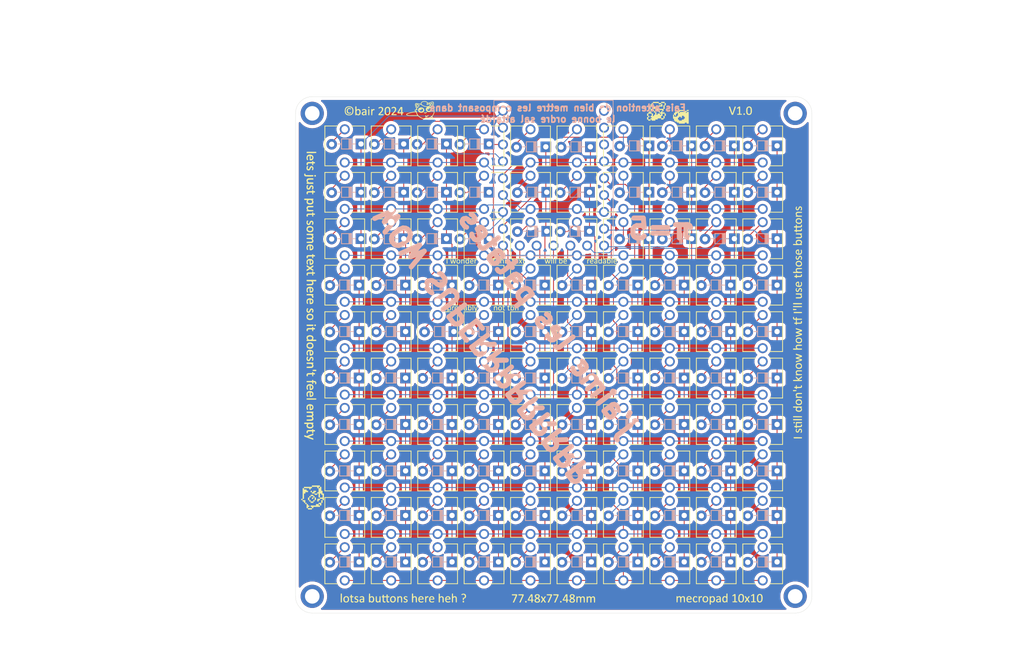
<source format=kicad_pcb>
(kicad_pcb (version 20240108) (generator "pcbnew") (generator_version "8.0")
  (layers (0 "F.Cu" signal "Front") (31 "B.Cu" signal "Back") (34 "B.Paste" user) (35 "F.Paste" user) (36 "B.SilkS" user "B.Silkscreen") (37 "F.SilkS" user "F.Silkscreen") (38 "B.Mask" user) (39 "F.Mask" user) (44 "Edge.Cuts" user))
  (net 0 "")
  (net 1 "row 0")
  (net 2 "Net-(D1-A)")
  (net 3 "Net-(D2-A)")
  (net 4 "Net-(D3-A)")
  (net 5 "row 1")
  (net 6 "Net-(D4-A)")
  (net 7 "row 2")
  (net 8 "Net-(D6-A)")
  (net 9 "Net-(D7-A)")
  (net 10 "Net-(D8-A)")
  (net 11 "Net-(D9-A)")
  (net 12 "col 0")
  (net 13 "col 1")
  (net 14 "col 2")
  (net 15 "gnd")
  (net 16 "5V")
  (net 17 "Net-(D11-A)")
  (net 18 "Net-(D12-A)")
  (net 19 "Net-(D13-A)")
  (net 20 "Net-(D14-A)")
  (net 21 "col 3")
  (net 22 "col 4")
  (net 23 "3V3")
  (net 24 "Net-(D5-A)")
  (net 25 "Net-(D10-A)")
  (net 26 "Net-(D15-A)")
  (net 27 "Net-(D16-A)")
  (net 28 "Net-(D17-A)")
  (net 29 "Net-(D18-A)")
  (net 30 "Net-(D19-A)")
  (net 31 "Net-(D20-A)")
  (net 32 "Net-(D21-A)")
  (net 33 "Net-(D22-A)")
  (net 34 "Net-(D23-A)")
  (net 35 "Net-(D24-A)")
  (net 36 "Net-(D25-A)")
  (net 37 "Net-(D26-A)")
  (net 38 "Net-(D27-A)")
  (net 39 "Net-(D28-A)")
  (net 40 "Net-(D29-A)")
  (net 41 "Net-(D30-A)")
  (net 42 "Net-(D31-A)")
  (net 43 "row 3")
  (net 44 "Net-(D32-A)")
  (net 45 "Net-(D33-A)")
  (net 46 "Net-(D34-A)")
  (net 47 "Net-(D35-A)")
  (net 48 "Net-(D36-A)")
  (net 49 "Net-(D37-A)")
  (net 50 "Net-(D38-A)")
  (net 51 "Net-(D39-A)")
  (net 52 "Net-(D40-A)")
  (net 53 "row 4")
  (net 54 "Net-(D41-A)")
  (net 55 "Net-(D42-A)")
  (net 56 "Net-(D43-A)")
  (net 57 "Net-(D44-A)")
  (net 58 "Net-(D45-A)")
  (net 59 "Net-(D46-A)")
  (net 60 "Net-(D47-A)")
  (net 61 "Net-(D48-A)")
  (net 62 "Net-(D49-A)")
  (net 63 "Net-(D50-A)")
  (net 64 "Net-(D51-A)")
  (net 65 "row 5")
  (net 66 "Net-(D52-A)")
  (net 67 "Net-(D53-A)")
  (net 68 "Net-(D54-A)")
  (net 69 "Net-(D55-A)")
  (net 70 "Net-(D56-A)")
  (net 71 "Net-(D57-A)")
  (net 72 "Net-(D58-A)")
  (net 73 "Net-(D59-A)")
  (net 74 "Net-(D60-A)")
  (net 75 "Net-(D61-A)")
  (net 76 "row 6")
  (net 77 "Net-(D62-A)")
  (net 78 "Net-(D63-A)")
  (net 79 "Net-(D64-A)")
  (net 80 "Net-(D65-A)")
  (net 81 "Net-(D66-A)")
  (net 82 "Net-(D67-A)")
  (net 83 "Net-(D68-A)")
  (net 84 "Net-(D69-A)")
  (net 85 "Net-(D70-A)")
  (net 86 "Net-(D71-A)")
  (net 87 "row 7")
  (net 88 "Net-(D72-A)")
  (net 89 "Net-(D73-A)")
  (net 90 "Net-(D74-A)")
  (net 91 "Net-(D75-A)")
  (net 92 "Net-(D76-A)")
  (net 93 "Net-(D77-A)")
  (net 94 "Net-(D78-A)")
  (net 95 "Net-(D79-A)")
  (net 96 "Net-(D80-A)")
  (net 97 "row 8")
  (net 98 "Net-(D81-A)")
  (net 99 "Net-(D82-A)")
  (net 100 "Net-(D83-A)")
  (net 101 "Net-(D84-A)")
  (net 102 "Net-(D85-A)")
  (net 103 "Net-(D86-A)")
  (net 104 "Net-(D87-A)")
  (net 105 "Net-(D88-A)")
  (net 106 "Net-(D89-A)")
  (net 107 "Net-(D90-A)")
  (net 108 "row 9")
  (net 109 "Net-(D91-A)")
  (net 110 "Net-(D92-A)")
  (net 111 "Net-(D93-A)")
  (net 112 "Net-(D94-A)")
  (net 113 "Net-(D95-A)")
  (net 114 "Net-(D96-A)")
  (net 115 "Net-(D97-A)")
  (net 116 "Net-(D98-A)")
  (net 117 "Net-(D99-A)")
  (net 118 "Net-(D100-A)")
  (net 119 "col 5")
  (net 120 "col 6")
  (net 121 "col 7")
  (net 122 "col 8")
  (net 123 "col 9")
  (footprint "ScottoKeebs_Components:Diode_DO-35_smol" (layer "F.Cu") (at 120.52078 129.21 180)
    (property "Reference" "D70" (hide yes))
    (property "Value" "Diode" (hide yes))
  )
  (footprint "ScottoKeebs_Components:Diode_DO-35_smol" (layer "F.Cu") (at 149.64078 80.49 180)
    (property "Reference" "D23" (hide yes))
    (property "Value" "Diode" (hide yes))
  )
  (footprint "ScottoKeebs_Components:Diode_DO-35_smol" (layer "F.Cu") (at 156.08078 73.49 180)
    (property "Reference" "D12" (hide yes))
    (property "Value" "Diode" (hide yes))
  )
  (footprint "ScottoKeebs_Components:Diode_DO-35_smol" (layer "F.Cu") (at 127.80078 79.37 180)
    (property "Reference" "D53" (hide yes))
    (property "Value" "Diode" (hide yes))
  )
  (footprint "ScottoKeebs_Components:Diode_DO-35_smol" (layer "F.Cu") (at 162.52078 122.21 180)
    (property "Reference" "D9" (hide yes))
    (property "Value" "Diode" (hide yes))
  )
  (footprint "ScottoKeebs_Components:Diode_DO-35_smol" (layer "F.Cu") (at 106.52078 115.49 180)
    (property "Reference" "D88" (hide yes))
    (property "Value" "Diode" (hide yes))
  )
  (footprint "ScottoKeebs_Components:Diode_DO-35_smol" (layer "F.Cu") (at 113.52078 115.49 180)
    (property "Reference" "D78" (hide yes))
    (property "Value" "Diode" (hide yes))
  )
  (footprint "ScottoKeebs_Components:Diode_DO-35_smol" (layer "F.Cu") (at 99.52078 94.49 180)
    (property "Reference" "D95" (hide yes))
    (property "Value" "Diode" (hide yes))
  )
  (footprint "ScottoKeebs_Components:Diode_DO-35_smol" (layer "F.Cu") (at 127.52078 115.49 180)
    (property "Reference" "D58" (hide yes))
    (property "Value" "Diode" (hide yes))
  )
  (footprint "ScottoKeebs_Components:Diode_DO-35_smol" (layer "F.Cu") (at 155.52078 122.21 180)
    (property "Reference" "D19" (hide yes))
    (property "Value" "Diode" (hide yes))
  )
  (footprint "ScottoKeebs_Components:Diode_DO-35_smol" (layer "F.Cu") (at 148.52078 94.49 180)
    (property "Reference" "D25" (hide yes))
    (property "Value" "Diode" (hide yes))
  )
  (footprint "ScottoKeebs_Components:Diode_DO-35_smol" (layer "F.Cu") (at 127.52078 101.49 180)
    (property "Reference" "D56" (hide yes))
    (property "Value" "Diode" (hide yes))
  )
  (footprint "ScottoKeebs_Components:Diode_DO-35_smol" (layer "F.Cu") (at 162.52078 129.21 180)
    (property "Reference" "D10" (hide yes))
    (property "Value" "Diode" (hide yes))
  )
  (footprint "ScottoKeebs_Components:Diode_DO-35_smol" (layer "F.Cu") (at 120.52078 115.49 180)
    (property "Reference" "D68" (hide yes))
    (property "Value" "Diode" (hide yes))
  )
  (footprint "ScottoKeebs_Components:Diode_DO-35_smol" (layer "F.Cu") (at 120.52078 87.49 180)
    (property "Reference" "D64" (hide yes))
    (property "Value" "Diode" (hide yes))
  )
  (footprint "ScottoKeebs_Components:Diode_DO-35_smol" (layer "F.Cu") (at 112.68078 80.49 180)
    (property "Reference" "D73" (hide yes))
    (property "Value" "Diode" (hide yes))
  )
  (footprint "ScottoKeebs_Components:Diode_DO-35_smol" (layer "F.Cu") (at 134.52078 101.49 180)
    (property "Reference" "D46" (hide yes))
    (property "Value" "Diode" (hide yes))
  )
  (footprint "ScottoKeebs_Components:Diode_DO-35_smol" (layer "F.Cu") (at 149.64078 73.49 180)
    (property "Reference" "D22" (hide yes))
    (property "Value" "Diode" (hide yes))
  )
  (footprint "ScottoKeebs_Components:Diode_DO-35_smol" (layer "F.Cu") (at 106.24078 80.49 180)
    (property "Reference" "D83" (hide yes))
    (property "Value" "Diode" (hide yes))
  )
  (footprint "ScottoKeebs_Components:Diode_DO-35_smol" (layer "F.Cu") (at 141.52078 94.49 180)
    (property "Reference" "D35" (hide yes))
    (property "Value" "Diode" (hide yes))
  )
  (footprint "ScottoKeebs_MCU:RP2040_Zero_round_pads" (layer "F.Cu") (at 128.81918 71.3748 180)
    (property "Reference" "U1" (hide yes))
    (property "Value" "RP2040_Zero" (hide yes))
  )
  (footprint "ScottoKeebs_Components:Diode_DO-35_smol" (layer "F.Cu") (at 120.52078 108.49 180)
    (property "Reference" "D67" (hide yes))
    (property "Value" "Diode" (hide yes))
  )
  (footprint "ScottoKeebs_Components:Diode_DO-35_smol" (layer "F.Cu") (at 141.52078 87.49 180)
    (property "Reference" "D34" (hide yes))
    (property "Value" "Diode" (hide yes))
  )
  (footprint "ScottoKeebs_Components:Diode_DO-35_smol" (layer "F.Cu") (at 143.20078 80.49 180)
    (property "Reference" "D33" (hide yes))
    (property "Value" "Diode" (hide yes))
  )
  (footprint "ScottoKeebs_Components:Diode_DO-35_smol" (layer "F.Cu") (at 134.24078 79.37 180)
    (property "Reference" "D43" (hide yes))
    (property "Value" "Diode" (hide yes))
  )
  (footprint "ScottoKeebs_Components:Diode_DO-35_smol" (layer "F.Cu") (at 134.52078 129.21 180)
    (property "Reference" "D50" (hide yes))
    (property "Value" "Diode" (hide yes))
  )
  (footprint "ScottoKeebs_Components:Diode_DO-35_smol" (layer "F.Cu") (at 134.52078 108.49 180)
    (property "Reference" "D47" (hide yes))
    (property "Value" "Diode" (hide yes))
  )
  (footprint "pictures:mecropad10x10" (layer "F.Cu") (at 45.6339 44.760087)
    (property "Reference" "REF**" (hide yes))
    (property "Value" "mecropad10x10" (hide yes))
  )
  (footprint "ScottoKeebs_Components:Diode_DO-35_smol" (layer "F.Cu") (at 148.52078 129.21 180)
    (property "Reference" "D30" (hide yes))
    (property "Value" "Diode" (hide yes))
  )
  (footprint "ScottoKeebs_Components:Diode_DO-35_smol" (layer "F.Cu") (at 99.52078 108.49 180)
    (property "Reference" "D97" (hide yes))
    (property "Value" "Diode" (hide yes))
  )
  (footprint "ScottoKeebs_Components:Diode_DO-35_smol" (layer "F.Cu") (at 106.52078 87.49 180)
    (property "Reference" "D84" (hide yes))
    (property "Value" "Diode" (hide yes))
  )
  (footprint "ScottoKeebs_Components:Diode_DO-35_smol" (layer "F.Cu") (at 134.37818 66.64 180)
    (property "Reference" "D41" (hide yes))
    (property "Value" "Diode" (hide yes))
  )
  (footprint "ScottoKeebs_Components:Diode_DO-35_smol" (layer "F.Cu") (at 148.52078 122.21 180)
    (property "Reference" "D29" (hide yes))
    (property "Value" "Diode" (hide yes))
  )
  (footprint "ScottoKeebs_Components:Diode_DO-35_smol" (layer "F.Cu") (at 127.52078 129.21 180)
    (property "Reference" "D60" (hide yes))
    (property "Value" "Diode" (hide yes))
  )
  (footprint "ScottoKeebs_Components:Diode_DO-35_smol" (layer "F.Cu") (at 99.80078 73.49 180)
    (property "Reference" "D92" (hide yes))
    (property "Value" "Diode" (hide yes))
  )
  (footprint "ScottoKeebs_Components:Diode_DO-35_smol" (layer "F.Cu") (at 134.52078 87.49 180)
    (property "Reference" "D44" (hide yes))
    (property "Value" "Diode" (hide yes))
  )
  (footprint "ScottoKeebs_Components:Diode_DO-35_smol" (layer "F.Cu") (at 106.24078 73.49 180)
    (property "Reference" "D82" (hide yes))
    (property "Value" "Diode" (hide yes))
  )
  (footprint "ScottoKeebs_Components:Diode_DO-35_smol" (layer "F.Cu") (at 156.08078 80.49 180)
    (property "Reference" "D13" (hide yes))
    (property "Value" "Diode" (hide yes))
  )
  (footprint "ScottoKeebs_Components:Diode_DO-35_smol" (layer "F.Cu") (at 162.52078 87.49 180)
    (property "Reference" "D4" (hide yes))
    (property "Value" "Diode" (hide yes))
  )
  (footprint "ScottoKeebs_Components:Diode_DO-35_smol" (layer "F.Cu") (at 134.52078 122.21 180)
    (property "Reference" "D49" (hide yes))
    (property "Value" "Diode" (hide yes))
  )
  (footprint "ScottoKeebs_Components:Diode_DO-35_smol" (layer "F.Cu") (at 162.52078 108.49 180)
    (property "Reference" "D7" (hide yes))
    (property "Value" "Diode" (hide yes))
  )
  (footprint "ScottoKeebs_Components:Diode_DO-35_smol" (layer "F.Cu") (at 106.52078 94.49 180)
    (property "Reference" "D85" (hide yes))
    (property "Value" "Diode" (hide yes))
  )
  (footprint "ScottoKeebs_Components:Diode_DO-35_smol" (layer "F.Cu") (at 127.52078 108.49 180)
    (property "Reference" "D57" (hide yes))
    (property "Value" "Diode" (hide yes))
  )
  (footprint "ScottoKeebs_Components:Diode_DO-35_smol" (layer "F.Cu") (at 113.52078 101.49 180)
    (property "Reference" "D76" (hide yes))
    (property "Value" "Diode" (hide yes))
  )
  (footprint "ScottoKeebs_Components:Diode_DO-35_smol" (layer "F.Cu") (at 149.64078 66.49 180)
    (property "Reference" "D21" (hide yes))
    (property "Value" "Diode" (hide yes))
  )
  (footprint "ScottoKeebs_Components:Diode_DO-35_smol" (layer "F.Cu") (at 119.12078 66.21 180)
    (property "Reference" "D61" (hide yes))
    (property "Value" "Diode" (hide yes))
  )
  (footprint "ScottoKeebs_Components:Diode_DO-35_smol" (layer "F.Cu") (at 127.52078 94.49 180)
    (property "Reference" "D55" (hide yes))
    (property "Value" "Diode" (hide yes))
  )
  (footprint "ScottoKeebs_Components:Diode_DO-35_smol" (layer "F.Cu") (at 127.80078 73.49 180)
    (property "Reference" "D52" (hide yes))
    (property "Value" "Diode" (hide yes))
  )
  (footprint "ScottoKeebs_Components:Diode_DO-35_smol" (layer "F.Cu") (at 162.52078 80.49 180)
    (property "Reference" "D3" (hide yes))
    (property "Value" "Diode" (hide yes))
  )
  (footprint "ScottoKeebs_Components:Diode_DO-35_smol" (layer "F.Cu") (at 162.52078 66.49 180)
    (property "Reference" "D1" (hide yes))
    (property "Value" "Diode" (hide yes))
  )
  (footprint "ScottoKeebs_Components:Diode_DO-35_smol" (layer "F.Cu") (at 119.12078 80.49 180)
    (property "Reference" "D63" (hide yes))
    (property "Value" "Diode" (hide yes))
  )
  (footprint "ScottoKeebs_Components:Diode_DO-35_smol" (layer "F.Cu") (at 143.20078 73.49 180)
    (property "Reference" "D32" (hide yes))
    (property "Value" "Diode" (hide yes))
  )
  (footprint "ScottoKeebs_Components:Diode_DO-35_smol" (layer "F.Cu") (at 134.52078 94.49 180)
    (property "Reference" "D45" (hide yes))
    (property "Value" "Diode" (hide yes))
  )
  (footprint "ScottoKeebs_Components:Diode_DO-35_smol" (layer "F.Cu") (at 148.52078 108.49 180)
    (property "Reference" "D27" (hide yes))
    (property "Value" "Diode" (hide yes))
  )
  (footprint "ScottoKeebs_Components:Diode_DO-35_smol" (layer "F.Cu") (at 155.52078 115.49 180)
    (property "Reference" "D18" (hide yes))
    (property "Value" "Diode" (hide yes))
  )
  (footprint "ScottoKeebs_Components:Diode_DO-35_smol" (layer "F.Cu") (at 162.52078 94.49 180)
    (property "Reference" "D5" (hide yes))
    (property "Value" "Diode" (hide yes))
  )
  (footprint "ScottoKeebs_Components:Diode_DO-35_smol" (layer "F.Cu") (at 99.52078 101.49 180)
    (property "Reference" "D96" (hide yes))
    (property "Value" "Diode" (hide yes))
  )
  (footprint "ScottoKeebs_Components:Diode_DO-35_smol" (layer "F.Cu") (at 148.52078 87.49 180)
    (property "Reference" "D24" (hide yes))
    (property "Value" "Diode" (hide yes))
  )
  (footprint "ScottoKeebs_Components:Diode_DO-35_smol" (layer "F.Cu") (at 156.07558 66.49 180)
    (property "Reference" "D11" (hide yes))
    (property "Value" "Diode" (hide yes))
  )
  (footprint "ScottoKeebs_Components:Diode_DO-35_smol" (layer "F.Cu") (at 162.52078 115.49 180)
    (property "Reference" "D8" (hide yes))
    (property "Value" "Diode" (hide yes))
  )
  (footprint "ScottoKeebs_Components:Diode_DO-35_smol" (layer "F.Cu") (at 127.52078 122.21 180)
    (property "Reference" "D59" (hide yes))
    (property "Value" "Diode" (hide yes))
  )
  (footprint "ScottoKeebs_Components:Diode_DO-35_smol" (layer "F.Cu") (at 141.52078 101.49 180)
    (property "Reference" "D36" (hide yes))
    (property "Value" "Diode" (hide yes))
  )
  (footprint "ScottoKeebs_Components:Diode_DO-35_smol" (layer "F.Cu") (at 106.52078 129.21 180)
    (property "Reference" "D90" (hide yes))
    (property "Value" "Diode" (hide yes))
  )
  (footprint "ScottoKeebs_Components:Diode_DO-35_smol" (layer "F.Cu") (at 155.52078 87.49 180)
    (property "Reference" "D14" (hide yes))
    (property "Value" "Diode" (hide yes))
  )
  (footprint "ScottoKeebs_Components:Diode_DO-35_smol" (layer "F.Cu") (at 120.52078 122.21 180)
    (property "Reference" "D69" (hide yes))
    (property "Value" "Diode" (hide yes))
  )
  (footprint "ScottoKeebs_Components:Diode_DO-35_smol" (layer "F.Cu") (at 99.80078 66.21 180)
    (property "Reference" "D91" (hide yes))
    (property "Value" "Diode" (hide yes))
  )
  (footprint "ScottoKeebs_Components:Diode_DO-35_smol" (layer "F.Cu") (at 99.52078 129.21 180)
    (property "Reference" "D100" (hide yes))
    (property "Value" "Diode" (hide yes))
  )
  (footprint "ScottoKeebs_Components:Diode_DO-35_smol" (layer "F.Cu") (at 141.52078 129.21 180)
    (property "Reference" "D40" (hide yes))
    (property "Value" "Diode" (hide yes))
  )
  (footprint "ScottoKeebs_Components:Diode_DO-35_smol" (layer "F.Cu") (at 148.52078 115.49 180)
    (property "Reference" "D28" (hide yes))
    (property "Value" "Diode" (hide yes))
  )
  (footprint "ScottoKeebs_Components:Diode_DO-35_smol" (layer "F.Cu") (at 141.52078 108.49 180)
    (property "Reference" "D37" (hide yes))
    (property "Value" "Diode" (hide yes))
  )
  (footprint "ScottoKeebs_Components:Diode_DO-35_smol" (layer "F.Cu") (at 127.52078 87.49 180)
    (property "Reference" "D54" (hide yes))
    (property "Value" "Diode" (hide yes))
  )
  (footprint "ScottoKeebs_Components:Diode_DO-35_smol" (layer "F.Cu") (at 162.52078 101.49 180)
    (property "Reference" "D6" (hide yes))
    (property "Value" "Diode" (hide yes))
  )
  (footprint "ScottoKeebs_Components:Diode_DO-35_smol" (layer "F.Cu") (at 113.80078 94.49 180)
    (property "Reference" "D75" (hide yes))
    (property "Value" "Diode" (hide yes))
  )
  (footprint "ScottoKeebs_Components:Diode_DO-35_smol" (layer "F.Cu") (at 141.52078 115.49 180)
    (property "Reference" "D38" (hide yes))
    (property "Value" "Diode" (hide yes))
  )
  (footprint "ScottoKeebs_Components:Diode_DO-35_smol" (layer "F.Cu") (at 120.52078 101.49 180)
    (property "Reference" "D66" (hide yes))
    (property "Value" "Diode" (hide yes))
  )
  (footprint "ScottoKeebs_Components:Diode_DO-35_smol" (layer "F.Cu") (at 155.52078 101.49 180)
    (property "Reference" "D16" (hide yes))
    (property "Value" "Diode" (hide yes))
  )
  (footprint "ScottoKeebs_Components:Diode_DO-35_smol" (layer "F.Cu") (at 141.52078 122.21 180)
    (property "Reference" "D39" (hide yes))
    (property "Value" "Diode" (hide yes))
  )
  (footprint "ScottoKeebs_Components:Diode_DO-35_smol" (layer "F.Cu") (at 99.52078 122.21 180)
    (property "Reference" "D99" (hide yes))
    (property "Value" "Diode" (hide yes))
  )
  (footprint "ScottoKeebs_Components:Diode_DO-35_smol" (layer "F.Cu") (at 155.52078 129.21 180)
    (property "Reference" "D20" (hide yes))
    (property "Value" "Diode" (hide yes))
  )
  (footprint "ScottoKeebs_Components:Diode_DO-35_smol" (layer "F.Cu") (at 106.52078 101.49 180)
    (property "Reference" "D86" (hide yes))
    (property "Value" "Diode" (hide yes))
  )
  (footprint "ScottoKeebs_Components:Diode_DO-35_smol" (layer "F.Cu") (at 162.52078 73.49 180)
    (property "Reference" "D2" (hide yes))
    (property "Value" "Diode" (hide yes))
  )
  (footprint "ScottoKeebs_Components:Diode_DO-35_smol" (layer "F.Cu") (at 134.52078 115.49 180)
    (property "Reference" "D48" (hide yes))
    (property "Value" "Diode" (hide yes))
  )
  (footprint "ScottoKeebs_Components:Diode_DO-35_smol" (layer "F.Cu") (at 99.52078 87.49 180)
    (property "Reference" "D94" (hide yes))
    (property "Value" "Diode" (hide yes))
  )
  (footprint "ScottoKeebs_Components:Diode_DO-35_smol" (layer "F.Cu") (at 155.52078 108.49 180)
    (property "Reference" "D17" (hide yes))
    (property "Value" "Diode" (hide yes))
  )
  (footprint "ScottoKeebs_Components:Diode_DO-35_smol" (layer "F.Cu") (at 134.24078 73.49 180)
    (property "Reference" "D42" (hide yes))
    (property "Value" "Diode" (hide yes))
  )
  (footprint "ScottoKeebs_Components:Diode_DO-35_smol" (layer "F.Cu") (at 155.52078 94.49 180)
    (property "Reference" "D15" (hide yes))
    (property "Value" "Diode" (hide yes))
  )
  (footprint "ScottoKeebs_Components:Diode_DO-35_smol" (layer "F.Cu") (at 119.12078 73.49 180)
    (property "Reference" "D62" (hide yes))
    (property "Value" "Diode" (hide yes))
  )
  (footprint "ScottoKeebs_Components:Diode_DO-35_smol" (layer "F.Cu") (at 99.80078 80.49 180)
    (property "Reference" "D93" (hide yes))
    (property "Value" "Diode" (hide yes))
  )
  (footprint "ScottoKeebs_Components:Diode_DO-35_smol" (layer "F.Cu") (at 113.52078 108.49 180)
    (property "Reference" "D77" (hide yes))
    (property "Value" "Diode" (hide yes))
  )
  (footprint "ScottoKeebs_Components:Diode_DO-35_smol" (layer "F.Cu") (at 143.20078 66.49 180)
    (property "Reference" "D31" (hide yes))
    (property "Value" "Diode" (hide yes))
  )
  (footprint "ScottoKeebs_Components:Diode_DO-35_smol" (layer "F.Cu") (at 113.52078 122.21 180)
    (property "Reference" "D79" (hide yes))
    (property "Value" "Diode" (hide yes))
  )
  (footprint "ScottoKeebs_Components:Diode_DO-35_smol" (layer "F.Cu") (at 106.52078 108.49 180)
    (property "Reference" "D87" (hide yes))
    (property "Value" "Diode" (hide yes))
  )
  (footprint "ScottoKeebs_Components:Diode_DO-35_smol" (layer "F.Cu") (at 120.52078 94.49 180)
    (property "Reference" "D65" (hide yes))
    (property "Value" "Diode" (hide yes))
  )
  (footprint "ScottoKeebs_Components:Diode_DO-35_smol" (layer "F.Cu") (at 113.52078 129.21 180)
    (property "Reference" "D80" (hide yes))
    (property "Value" "Diode" (hide yes))
  )
  (footprint "ScottoKeebs_Components:Diode_DO-35_smol" (layer "F.Cu") (at 148.52078 101.49 180)
    (property "Reference" "D26" (hide yes))
    (property "Value" "Diode" (hide yes))
  )
  (footprint "ScottoKeebs_Components:Diode_DO-35_smol" (layer "F.Cu") (at 112.68078 73.49 180)
    (property "Reference" "D72" (hide yes))
    (property "Value" "Diode" (hide yes))
  )
  (footprint "ScottoKeebs_Components:Diode_DO-35_smol" (layer "F.Cu") (at 112.68078 66.21 180)
    (property "Reference" "D71" (hide yes))
    (property "Value" "Diode" (hide yes))
  )
  (footprint "ScottoKeebs_Components:Diode_DO-35_smol" (layer "F.Cu") (at 106.52078 122.21 180)
    (property "Reference" "D89" (hide yes))
    (property "Value" "Diode" (hide yes))
  )
  (footprint "ScottoKeebs_Components:Diode_DO-35_smol" (layer "F.Cu") (at 106.24078 66.21 180)
    (property "Reference" "D81" (hide yes))
    (property "Value" "Diode" (hide yes))
  )
  (footprint "ScottoKeebs_Components:Diode_DO-35_smol" (layer "F.Cu") (at 127.65818 66.64 180)
    (property "Reference" "D51" (hide yes))
    (property "Value" "Diode" (hide yes))
  )
  (footprint "ScottoKeebs_Components:Diode_DO-35_smol" (layer "F.Cu") (at 113.52078 87.49 180)
    (property "Reference" "D74" (hide yes))
    (property "Value" "Diode" (hide yes))
  )
  (footprint "ScottoKeebs_Components:Diode_DO-35_smol" (layer "F.Cu") (at 99.52078 115.49 180)
    (property "Reference" "D98" (hide yes))
    (property "Value" "Diode" (hide yes))
  )
  (footprint "footprint:SW_BUTT-2" (layer "B.Cu") (at 139.35078 108.5 90)
    (property "Reference" "S37" (hide yes))
    (property "Value" "Keyswitch" (hide yes))
  )
  (footprint "footprint:SW_BUTT-2" (layer "B.Cu") (at 111.35078 73.5 90)
    (property "Reference" "S72" (hide yes))
    (property "Value" "Keyswitch" (hide yes))
  )
  (footprint "footprint:SW_BUTT-2" (layer "B.Cu") (at 97.35078 115.5 90)
    (property "Reference" "S98" (hide yes))
    (property "Value" "Keyswitch" (hide yes))
  )
  (footprint "footprint:SW_BUTT-2" (layer "B.Cu") (at 97.35078 73.5 90)
    (property "Reference" "S92" (hide yes))
    (property "Value" "Keyswitch" (hide yes))
  )
  (footprint "footprint:SW_BUTT-2" (layer "B.Cu") (at 132.35078 66.5 90)
    (property "Reference" "S41" (hide yes))
    (property "Value" "Keyswitch" (hide yes))
  )
  (footprint "footprint:SW_BUTT-2" (layer "B.Cu") (at 153.35078 115.5 90)
    (property "Reference" "S18" (hide yes))
    (property "Value" "Keyswitch" (hide yes))
  )
  (footprint "footprint:SW_BUTT-2" (layer "B.Cu") (at 125.35078 94.5 90)
    (property "Reference" "S55" (hide yes))
    (property "Value" "Keyswitch" (hide yes))
  )
  (footprint "footprint:SW_BUTT-2" (layer "B.Cu") (at 132.35078 87.5 90)
    (property "Reference" "S44" (hide yes))
    (property "Value" "Keyswitch" (hide yes))
  )
  (footprint "footprint:SW_BUTT-2" (layer "B.Cu") (at 118.35078 122.5 90)
    (property "Reference" "S69" (hide yes))
    (property "Value" "Keyswitch" (hide yes))
  )
  (footprint "footprint:SW_BUTT-2" (layer "B.Cu") (at 125.35078 101.5 90)
    (property "Reference" "S56" (hide yes))
    (property "Value" "Keyswitch" (hide yes))
  )
  (footprint "MountingHole:MountingHole_2.2mm_M2_ISO7380_Pad" (layer "B.Cu") (at 92.45078 61.6 180)
    (property "Reference" "REF**" (hide yes))
    (property "Value" "MountingHole_2.2mm_M2_ISO7380_Pad")
  )
  (footprint "footprint:SW_BUTT-2" (layer "B.Cu") (at 146.35078 101.5 90)
    (property "Reference" "S26" (hide yes))
    (property "Value" "Keyswitch" (hide yes))
  )
  (footprint "footprint:SW_BUTT-2" (layer "B.Cu") (at 160.35078 122.5 90)
    (property "Reference" "S9" (hide yes))
    (property "Value" "Keyswitch" (hide yes))
  )
  (footprint "footprint:SW_BUTT-2" (layer "B.Cu") (at 146.35078 129.5 90)
    (property "Reference" "S30" (hide yes))
    (property "Value" "Keyswitch" (hide yes))
  )
  (footprint "footprint:SW_BUTT-2" (layer "B.Cu") (at 118.35078 73.5 90)
    (property "Reference" "S62" (hide yes))
    (property "Value" "Keyswitch" (hide yes))
  )
  (footprint "footprint:SW_BUTT-2" (layer "B.Cu") (at 104.35078 94.5 90)
    (property "Reference" "S85" (hide yes))
    (property "Value" "Keyswitch" (hide yes))
  )
  (footprint "footprint:SW_BUTT-2" (layer "B.Cu") (at 139.35078 129.5 90)
    (property "Reference" "S40" (hide yes))
    (property "Value" "Keyswitch" (hide yes))
  )
  (footprint "footprint:SW_BUTT-2" (layer "B.Cu") (at 153.35078 108.5 90)
    (property "Reference" "S17" (hide yes))
    (property "Value" "Keyswitch" (hide yes))
  )
  (footprint "footprint:SW_BUTT-2" (layer "B.Cu") (at 139.35078 94.5 90)
    (property "Reference" "S35" (hide yes))
    (property "Value" "Keyswitch" (hide yes))
  )
  (footprint "footprint:SW_BUTT-2" (layer "B.Cu") (at 111.35078 80.5 90)
    (property "Reference" "S73" (hide yes))
    (property "Value" "Keyswitch" (hide yes))
  )
  (footprint "footprint:SW_BUTT-2" (layer "B.Cu") (at 111.35078 115.5 90)
    (property "Reference" "S78" (hide yes))
    (property "Value" "Keyswitch" (hide yes))
  )
  (footprint "footprint:SW_BUTT-2" (layer "B.Cu") (at 160.35078 73.5 90)
    (property "Reference" "S2" (hide yes))
    (property "Value" "Keyswitch" (hide yes))
  )
  (footprint "footprint:SW_BUTT-2" (layer "B.Cu") (at 97.35078 122.5 90)
    (property "Reference" "S99" (hide yes))
    (property "Value" "Keyswitch" (hide yes))
  )
  (footprint "footprint:SW_BUTT-2" (layer "B.Cu") (at 125.35078 73.5 90)
    (property "Reference" "S52" (hide yes))
    (property "Value" "Keyswitch" (hide yes))
  )
  (footprint "MountingHole:MountingHole_2.2mm_M2_ISO7380_Pad" (layer "B.Cu") (at 92.45078 134.4 180)
    (property "Reference" "REF**" (hide yes))
    (property "Value" "MountingHole_2.2mm_M2_ISO7380_Pad")
  )
  (footprint "footprint:SW_BUTT-2" (layer "B.Cu") (at 139.35078 101.5 90)
    (property "Reference" "S36" (hide yes))
    (property "Value" "Keyswitch" (hide yes))
  )
  (footprint "footprint:SW_BUTT-2" (layer "B.Cu") (at 146.35078 66.5 90)
    (property "Reference" "S21" (hide yes))
    (property "Value" "Keyswitch" (hide yes))
  )
  (footprint "footprint:SW_BUTT-2" (layer "B.Cu") (at 153.35078 66.5 90)
    (property "Reference" "S11" (hide yes))
    (property "Value" "Keyswitch" (hide yes))
  )
  (footprint "footprint:SW_BUTT-2" (layer "B.Cu") (at 104.35078 66.5 90)
    (property "Reference" "S81" (hide yes))
    (property "Value" "Keyswitch" (hide yes))
  )
  (footprint "footprint:SW_BUTT-2" (layer "B.Cu") (at 118.35078 115.5 90)
    (property "Reference" "S68" (hide yes))
    (property "Value" "Keyswitch" (hide yes))
  )
  (footprint "footprint:SW_BUTT-2" (layer "B.Cu") (at 132.35078 101.5 90)
    (property "Reference" "S46" (hide yes))
    (property "Value" "Keyswitch" (hide yes))
  )
  (footprint "footprint:SW_BUTT-2" (layer "B.Cu") (at 104.35078 101.5 90)
    (property "Reference" "S86" (hide yes))
    (property "Value" "Keyswitch" (hide yes))
  )
  (footprint "footprint:SW_BUTT-2" (layer "B.Cu") (at 146.35078 115.5 90)
    (property "Reference" "S28" (hide yes))
    (property "Value" "Keyswitch" (hide yes))
  )
  (footprint "footprint:SW_BUTT-2" (layer "B.Cu") (at 153.35078 122.5 90)
    (property "Reference" "S19" (hide yes))
    (property "Value" "Keyswitch" (hide yes))
  )
  (footprint "footprint:SW_BUTT-2" (layer "B.Cu") (at 118.35078 80.5 90)
    (property "Reference" "S63" (hide yes))
    (property "Value" "Keyswitch" (hide yes))
  )
  (footprint "footprint:SW_BUTT-2" (layer "B.Cu") (at 125.35078 108.5 90)
    (property "Reference" "S57" (hide yes))
    (property "Value" "Keyswitch" (hide yes))
  )
  (footprint "footprint:SW_BUTT-2" (layer "B.Cu") (at 104.35078 129.5 90)
    (property "Reference" "S90" (hide yes))
    (property "Value" "Keyswitch" (hide yes))
  )
  (footprint "MountingHole:MountingHole_2.2mm_M2_ISO7380_Pad" (layer "B.Cu") (at 165.25078 134.4 180)
    (property "Reference" "REF**" (hide yes))
    (property "Value" "MountingHole_2.2mm_M2_ISO7380_Pad")
  )
  (footprint "footprint:SW_BUTT-2" (layer "B.Cu") (at 160.35078 101.5 90)
    (property "Reference" "S6" (hide yes))
    (property "Value" "Keyswitch" (hide yes))
  )
  (footprint "footprint:SW_BUTT-2" (layer "B.Cu") (at 97.35078 94.5 90)
    (property "Reference" "S95" (hide yes))
    (property "Value" "Keyswitch" (hide yes))
  )
  (footprint "footprint:SW_BUTT-2" (layer "B.Cu") (at 153.35078 80.5 90)
    (property "Reference" "S13" (hide yes))
    (property "Value" "Keyswitch" (hide yes))
  )
  (footprint "footprint:SW_BUTT-2" (layer "B.Cu") (at 153.35078 94.5 90)
    (property "Reference" "S15" (hide yes))
    (property "Value" "Keyswitch" (hide yes))
  )
  (footprint "footprint:SW_BUTT-2" (layer "B.Cu") (at 97.35078 87.5 90)
    (property "Reference" "S94" (hide yes))
    (property "Value" "Keyswitch" (hide yes))
  )
  (footprint "footprint:SW_BUTT-2" (layer "B.Cu") (at 97.35078 66.5 90)
    (property "Reference" "S91" (hide yes))
    (property "Value" "Keyswitch" (hide yes))
  )
  (footprint "footprint:SW_BUTT-2" (layer "B.Cu") (at 125.35078 87.5 90)
    (property "Reference" "S54" (hide yes))
    (property "Value" "Keyswitch" (hide yes))
  )
  (footprint "footprint:SW_BUTT-2" (layer "B.Cu") (at 153.35078 129.5 90)
    (property "Reference" "S20" (hide yes))
    (property "Value" "Keyswitch" (hide yes))
  )
  (footprint "footprint:SW_BUTT-2" (layer "B.Cu") (at 111.35078 129.5 90)
    (property "Reference" "S80" (hide yes))
    (property "Value" "Keyswitch" (hide yes))
  )
  (footprint "footprint:SW_BUTT-2" (layer "B.Cu") (at 118.35078 94.5 90)
    (property "Reference" "S65" (hide yes))
    (property "Value" "Keyswitch" (hide yes))
  )
  (footprint "footprint:SW_BUTT-2" (layer "B.Cu") (at 132.35078 108.5 90)
    (property "Reference" "S47" (hide yes))
    (property "Value" "Keyswitch" (hide yes))
  )
  (footprint "footprint:SW_BUTT-2" (layer "B.Cu") (at 132.35078 122.5 90)
    (property "Reference" "S49" (hide yes))
    (property "Value" "Keyswitch" (hide yes))
  )
  (footprint "footprint:SW_BUTT-2" (layer "B.Cu") (at 146.35078 87.5 90)
    (property "Reference" "S24" (hide yes))
    (property "Value" "Keyswitch" (hide yes))
  )
  (footprint "footprint:SW_BUTT-2" (layer "B.Cu") (at 160.35078 66.5 90)
    (property "Reference" "S1" (hide yes))
    (property "Value" "Keyswitch" (hide yes))
  )
  (footprint "footprint:SW_BUTT-2" (layer "B.Cu") (at 139.35078 87.5 90)
    (property "Reference" "S34" (hide yes))
    (property "Value" "Keyswitch" (hide yes))
  )
  (footprint "footprint:SW_BUTT-2" (layer "B.Cu") (at 118.35078 108.5 90)
    (property "Reference" "S67" (hide yes))
    (property "Value" "Keyswitch" (hide yes))
  )
  (footprint "footprint:SW_BUTT-2" (layer "B.Cu") (at 104.35078 80.5 90)
    (property "Reference" "S83" (hide yes))
    (property "Value" "Keyswitch" (hide yes))
  )
  (footprint "footprint:SW_BUTT-2" (layer "B.Cu") (at 139.35078 115.5 90)
    (property "Reference" "S38" (hide yes))
    (property "Value" "Keyswitch" (hide yes))
  )
  (footprint "footprint:SW_BUTT-2" (layer "B.Cu") (at 132.35078 94.5 90)
    (property "Reference" "S45" (hide yes))
    (property "Value" "Keyswitch" (hide yes))
  )
  (footprint "footprint:SW_BUTT-2" (layer "B.Cu") (at 125.35078 66.5 90)
    (property "Reference" "S51" (hide yes))
    (property "Value" "Keyswitch" (hide yes))
  )
  (footprint "footprint:SW_BUTT-2" (layer "B.Cu") (at 104.35078 122.5 90)
    (property "Reference" "S89" (hide yes))
    (property "Value" "Keyswitch" (hide yes))
  )
  (footprint "footprint:SW_BUTT-2" (layer "B.Cu") (at 118.35078 87.5 90)
    (property "Reference" "S64" (hide yes))
    (property "Value" "Keyswitch" (hide yes))
  )
  (footprint "footprint:SW_BUTT-2" (layer "B.Cu") (at 104.35078 108.5 90)
    (property "Reference" "S87" (hide yes))
    (property "Value" "Keyswitch" (hide yes))
  )
  (footprint "footprint:SW_BUTT-2" (layer "B.Cu") (at 118.35078 129.5 90)
    (property "Reference" "S70" (hide yes))
    (property "Value" "Keyswitch" (hide yes))
  )
  (footprint "footprint:SW_BUTT-2" (layer "B.Cu") (at 97.35078 129.5 90)
    (property "Reference" "S100" (hide yes))
    (property "Value" "Keyswitch" (hide yes))
  )
  (footprint "footprint:SW_BUTT-2" (layer "B.Cu") (at 160.35078 108.5 90)
    (property "Reference" "S7" (hide yes))
    (property "Value" "Keyswitch" (hide yes))
  )
  (footprint "footprint:SW_BUTT-2" (layer "B.Cu") (at 160.35078 115.5 90)
    (property "Reference" "S8" (hide yes))
    (property "Value" "Keyswitch" (hide yes))
  )
  (footprint "footprint:SW_BUTT-2" (layer "B.Cu") (at 146.35078 108.5 90)
    (property "Reference" "S27" (hide yes))
    (property "Value" "Keyswitch" (hide yes))
  )
  (footprint "footprint:SW_BUTT-2" (layer "B.Cu") (at 125.35078 129.5 90)
    (property "Reference" "S60" (hide yes))
    (property "Value" "Keyswitch" (hide yes))
  )
  (footprint "footprint:SW_BUTT-2" (layer "B.Cu") (at 104.35078 115.5 90)
    (property "Reference" "S88" (hide yes))
    (property "Value" "Keyswitch" (hide yes))
  )
  (footprint "footprint:SW_BUTT-2" (layer "B.Cu") (at 139.35078 66.5 90)
    (property "Reference" "S31" (hide yes))
    (property "Value" "Keyswitch" (hide yes))
  )
  (footprint "footprint:SW_BUTT-2" (layer "B.Cu") (at 111.35078 87.5 90)
    (property "Reference" "S74" (hide yes))
    (property "Value" "Keyswitch" (hide yes))
  )
  (footprint "footprint:SW_BUTT-2" (layer "B.Cu") (at 104.35078 73.5 90)
    (property "Reference" "S82" (hide yes))
    (property "Value" "Keyswitch" (hide yes))
  )
  (footprint "footprint:SW_BUTT-2" (layer "B.Cu") (at 139.35078 80.5 90)
    (property "Reference" "S33" (hide yes))
    (property "Value" "Keyswitch" (hide yes))
  )
  (footprint "footprint:SW_BUTT-2" (layer "B.Cu") (at 97.35078 101.5 90)
    (property "Reference" "S96" (hide yes))
    (property "Value" "Keyswitch" (hide yes))
  )
  (footprint "footprint:SW_BUTT-2" (layer "B.Cu") (at 111.35078 66.5 90)
    (property "Reference" "S71" (hide yes))
    (property "Value" "Keyswitch" (hide yes))
  )
  (footprint "footprint:SW_BUTT-2" (layer "B.Cu") (at 125.35078 122.5 90)
    (property "Reference" "S59" (hide yes))
    (property "Value" "Keyswitch" (hide yes))
  )
  (footprint "footprint:SW_BUTT-2" (layer "B.Cu") (at 111.35078 108.5 90)
    (property "Reference" "S77" (hide yes))
    (property "Value" "Keyswitch" (hide yes))
  )
  (footprint "footprint:SW_BUTT-2" (layer "B.Cu") (at 125.35078 80.5 90)
    (property "Reference" "S53" (hide yes))
    (property "Value" "Keyswitch" (hide yes))
  )
  (footprint "footprint:SW_BUTT-2" (layer "B.Cu") (at 146.35078 122.5 90)
    (property "Reference" "S29" (hide yes))
    (property "Value" "Keyswitch" (hide yes))
  )
  (footprint "footprint:SW_BUTT-2" (layer "B.Cu") (at 132.35078 80.5 90)
    (property "Reference" "S43" (hide yes))
    (property "Value" "Keyswitch" (hide yes))
  )
  (footprint "footprint:SW_BUTT-2" (layer "B.Cu") (at 160.35078 129.5 90)
    (property "Reference" "S10" (hide yes))
    (property "Value" "Keyswitch" (hide yes))
  )
  (footprint "footprint:SW_BUTT-2" (layer "B.Cu") (at 153.35078 87.5 90)
    (property "Reference" "S14" (hide yes))
    (property "Value" "Keyswitch" (hide yes))
  )
  (footprint "MountingHole:MountingHole_2.2mm_M2_ISO7380_Pad" (layer "B.Cu") (at 165.25078 61.6 180)
    (property "Reference" "REF**" (hide yes))
    (property "Value" "MountingHole_2.2mm_M2_ISO7380_Pad")
  )
  (footprint "footprint:SW_BUTT-2" (layer "B.Cu") (at 118.35078 66.5 90)
    (property "Reference" "S61" (hide yes))
    (property "Value" "Keyswitch" (hide yes))
  )
  (footprint "footprint:SW_BUTT-2" (layer "B.Cu") (at 97.35078 108.5 90)
    (property "Reference" "S97" (hide yes))
    (property "Value" "Keyswitch" (hide yes))
  )
  (footprint "footprint:SW_BUTT-2" (layer "B.Cu") (at 139.35078 73.5 90)
    (property "Reference" "S32" (hide yes))
    (property "Value" "Keyswitch" (hide yes))
  )
  (footprint "footprint:SW_BUTT-2" (layer "B.Cu") (at 125.35078 115.5 90)
    (property "Reference" "S58" (hide yes))
    (property "Value" "Keyswitch" (hide yes))
  )
  (footprint "footprint:SW_BUTT-2" (layer "B.Cu") (at 153.35078 73.5 90)
    (property "Reference" "S12" (hide yes))
    (property "Value" "Keyswitch" (hide yes))
  )
  (footprint "footprint:SW_BUTT-2" (layer "B.Cu") (at 153.35078 101.5 90)
    (property "Reference" "S16" (hide yes))
    (property "Value" "Keyswitch" (hide yes))
  )
  (footprint "footprint:SW_BUTT-2" (layer "B.Cu") (at 146.35078 73.5 90)
    (property "Reference" "S22" (hide yes))
    (property "Value" "Keyswitch" (hide yes))
  )
  (footprint "footprint:SW_BUTT-2" (layer "B.Cu") (at 104.35078 87.5 90)
    (property "Reference" "S84" (hide yes))
    (property "Value" "Keyswitch" (hide yes))
  )
  (footprint "footprint:SW_BUTT-2" (layer "B.Cu") (at 111.35078 94.5 90)
    (property "Reference" "S75" (hide yes))
    (property "Value" "Keyswitch" (hide yes))
  )
  (footprint "footprint:SW_BUTT-2" (layer "B.Cu") (at 146.35078 94.5 90)
    (property "Reference" "S25" (hide yes))
    (property "Value" "Keyswitch" (hide yes))
  )
  (footprint "footprint:SW_BUTT-2" (layer "B.Cu") (at 132.35078 73.5 90)
    (property "Reference" "S42" (hide yes))
    (property "Value" "Keyswitch" (hide yes))
  )
  (footprint "footprint:SW_BUTT-2" (layer "B.Cu") (at 97.35078 80.5 90)
    (property "Reference" "S93" (hide yes))
    (property "Value" "Keyswitch" (hide yes))
  )
  (footprint "footprint:SW_BUTT-2" (layer "B.Cu") (at 160.35078 87.5 90)
    (property "Reference" "S4" (hide yes))
    (property "Value" "Keyswitch" (hide yes))
  )
  (footprint "footprint:SW_BUTT-2" (layer "B.Cu") (at 111.35078 101.5 90)
    (property "Reference" "S76" (hide yes))
    (property "Value" "Keyswitch" (hide yes))
  )
  (footprint "footprint:SW_BUTT-2" (layer "B.Cu") (at 139.35078 122.5 90)
    (property "Reference" "S39" (hide yes))
    (property "Value" "Keyswitch" (hide yes))
  )
  (footprint "footprint:SW_BUTT-2" (layer "B.Cu") (at 132.35078 129.5 90)
    (property "Reference" "S50" (hide yes))
    (property "Value" "Keyswitch" (hide yes))
  )
  (footprint "footprint:SW_BUTT-2" (layer "B.Cu") (at 111.35078 122.5 90)
    (property "Reference" "S79" (hide yes))
    (property "Value" "Keyswitch" (hide yes))
  )
  (footprint "footprint:SW_BUTT-2" (layer "B.Cu") (at 160.35078 80.5 90)
    (property "Reference" "S3" (hide yes))
    (property "Value" "Keyswitch" (hide yes))
  )
  (footprint "footprint:SW_BUTT-2" (layer "B.Cu") (at 132.35078 115.5 90)
    (property "Reference" "S48" (hide yes))
    (property "Value" "Keyswitch" (hide yes))
  )
  (footprint "footprint:SW_BUTT-2" (layer "B.Cu") (at 146.35078 80.5 90)
    (property "Reference" "S23" (hide yes))
    (property "Value" "Keyswitch" (hide yes))
  )
  (footprint "footprint:SW_BUTT-2" (layer "B.Cu") (at 160.35078 94.5 90)
    (property "Reference" "S5" (hide yes))
    (property "Value" "Keyswitch" (hide yes))
  )
  (footprint "footprint:SW_BUTT-2" (layer "B.Cu") (at 118.35078 101.5 90)
    (property "Reference" "S66" (hide yes))
    (property "Value" "Keyswitch" (hide yes))
  )
  (gr_line (start 167.77078 134.4) (end 167.77078 61.6) (stroke (width 0.0381)) (layer "Edge.Cuts"))
  (gr_line (start 89.93078 134.4) (end 89.93078 61.6) (stroke (width 0.0381)) (layer "Edge.Cuts"))
  (gr_arc (start 89.93078 61.6) (mid 90.668871 59.818091) (end 92.45078 59.08) (stroke (width 0.0381)) (layer "Edge.Cuts"))
  (gr_line (start 92.45078 136.92) (end 165.25078 136.92) (stroke (width 0.0381)) (layer "Edge.Cuts"))
  (gr_arc (start 167.77078 134.4) (mid 167.032689 136.181909) (end 165.25078 136.92) (stroke (width 0.0381)) (layer "Edge.Cuts"))
  (gr_arc (start 92.45078 136.92) (mid 90.668871 136.181909) (end 89.93078 134.4) (stroke (width 0.0381)) (layer "Edge.Cuts"))
  (gr_arc (start 165.25078 59.08) (mid 167.032689 59.818091) (end 167.77078 61.6) (stroke (width 0.0381)) (layer "Edge.Cuts"))
  (gr_line (start 165.25078 59.08) (end 92.45078 59.08) (stroke (width 0.0381)) (layer "Edge.Cuts"))
  (segment (start 162.52078 66.49) (end 162.52078 129.21) (width 0.127) (layer "F.Cu") (net 1))
  (segment (start 162.52078 80.49) (end 160.34078 80.49) (width 0.127) (layer "B.Cu") (net 1))
  (segment (start 159.05078 79.2) (end 136.64438 79.2) (width 0.127) (layer "B.Cu") (net 1))
  (segment (start 160.34078 80.49) (end 159.05078 79.2) (width 0.127) (layer "B.Cu") (net 1))
  (segment (start 136.64438 79.2) (end 136.43918 78.9948) (width 0.127) (layer "B.Cu") (net 1))
  (segment (start 158.10118 66.2496) (end 158.10118 66.5408) (width 0.127) (layer "F.Cu") (net 2))
  (segment (start 160.35078 64) (end 158.10118 66.2496) (width 0.127) (layer "F.Cu") (net 2))
  (segment (start 160.35078 71) (end 158.10118 73.2496) (width 0.127) (layer "F.Cu") (net 3))
  (segment (start 158.10118 73.2496) (end 158.10118 73.5408) (width 0.127) (layer "F.Cu") (net 3))
  (segment (start 160.35078 78) (end 158.10118 80.2496) (width 0.127) (layer "F.Cu") (net 4))
  (segment (start 158.10118 80.2496) (end 158.10118 80.5408) (width 0.127) (layer "F.Cu") (net 4))
  (segment (start 155.52078 84.83) (end 156.08078 84.27) (width 0.127) (layer "F.Cu") (net 5))
  (segment (start 156.08078 80.49) (end 156.08078 66.4952) (width 0.127) (layer "F.Cu") (net 5))
  (segment (start 156.08078 84.27) (end 156.08078 80.49) (width 0.127) (layer "F.Cu") (net 5))
  (segment (start 155.52078 129.21) (end 155.52078 84.83) (width 0.127) (layer "F.Cu") (net 5))
  (segment (start 156.08078 66.4952) (end 156.07558 66.49) (width 0.127) (layer "F.Cu") (net 5))
  (segment (start 137.89678 81.954) (end 152.59678 81.954) (width 0.127) (layer "B.Cu") (net 5))
  (segment (start 152.59678 81.954) (end 154.06078 80.49) (width 0.127) (layer "B.Cu") (net 5))
  (segment (start 137.25078 82.6) (end 137.89678 81.954) (width 0.127) (layer "B.Cu") (net 5))
  (segment (start 134.96438 82.6) (end 137.25078 82.6) (width 0.127) (layer "B.Cu") (net 5))
  (segment (start 154.06078 80.49) (end 156.08078 80.49) (width 0.127) (layer "B.Cu") (net 5))
  (segment (start 133.89918 81.5348) (end 134.96438 82.6) (width 0.127) (layer "B.Cu") (net 5))
  (segment (start 160.35078 85) (end 158.10118 87.2496) (width 0.127) (layer "F.Cu") (net 6))
  (segment (start 158.10118 87.2496) (end 158.10118 87.5408) (width 0.127) (layer "F.Cu") (net 6))
  (segment (start 149.64078 83.81) (end 148.52078 84.93) (width 0.127) (layer "F.Cu") (net 7))
  (segment (start 148.52078 87.49) (end 148.52078 129.21) (width 0.127) (layer "F.Cu") (net 7))
  (segment (start 148.52078 84.93) (end 148.52078 87.49) (width 0.127) (layer "F.Cu") (net 7))
  (segment (start 149.64078 66.49) (end 149.64078 80.49) (width 0.127) (layer "F.Cu") (net 7))
  (segment (start 149.64078 80.49) (end 149.64078 83.81) (width 0.127) (layer "F.Cu") (net 7))
  (segment (start 145.95078 81.7) (end 136.60438 81.7) (width 0.127) (layer "B.Cu") (net 7))
  (segment (start 149.64078 80.49) (end 147.16078 80.49) (width 0.127) (layer "B.Cu") (net 7))
  (segment (start 147.16078 80.49) (end 145.95078 81.7) (width 0.127) (layer "B.Cu") (net 7))
  (segment (start 136.60438 81.7) (end 136.43918 81.5348) (width 0.127) (layer "B.Cu") (net 7))
  (segment (start 158.10118 101.2496) (end 158.10118 101.5408) (width 0.127) (layer "F.Cu") (net 8))
  (segment (start 160.35078 99) (end 158.10118 101.2496) (width 0.127) (layer "F.Cu") (net 8))
  (segment (start 160.35078 106) (end 158.10118 108.2496) (width 0.127) (layer "F.Cu") (net 9))
  (segment (start 158.10118 108.2496) (end 158.10118 108.5408) (width 0.127) (layer "F.Cu") (net 9))
  (segment (start 160.35078 113) (end 158.10118 115.2496) (width 0.127) (layer "B.Cu") (net 10))
  (segment (start 158.10118 115.2496) (end 158.10118 115.5408) (width 0.127) (layer "B.Cu") (net 10))
  (segment (start 158.10118 122.2496) (end 158.10118 122.2608) (width 0.127) (layer "B.Cu") (net 11))
  (segment (start 160.35078 120) (end 158.10118 122.2496) (width 0.127) (layer "B.Cu") (net 11))
  (segment (start 119.45078 70.1) (end 118.35078 69) (width 0.127) (layer "B.Cu") (net 12))
  (segment (start 125.35078 69) (end 124.25078 70.1) (width 0.127) (layer "B.Cu") (net 12))
  (segment (start 160.35078 69) (end 139.35078 69) (width 0.127) (layer "B.Cu") (net 12))
  (segment (start 139.35078 69) (end 132.35078 69) (width 0.127) (layer "B.Cu") (net 12))
  (segment (start 118.35078 69) (end 97.35078 69) (width 0.127) (layer "B.Cu") (net 12))
  (segment (start 132.35078 69) (end 125.35078 69) (width 0.127) (layer "B.Cu") (net 12))
  (segment (start 124.25078 70.1) (end 119.45078 70.1) (width 0.127) (layer "B.Cu") (net 12))
  (segment (start 132.80558 76.4548) (end 132.35078 76) (width 0.127) (layer "B.Cu") (net 13))
  (segment (start 97.35078 76) (end 118.35078 76) (width 0.127) (layer "B.Cu") (net 13))
  (segment (start 118.95078 75.4) (end 123.35078 75.4) (width 0.127) (layer "B.Cu") (net 13))
  (segment (start 136.43918 76.4548) (end 138.89598 76.4548) (width 0.127) (layer "B.Cu") (net 13))
  (segment (start 118.35078 76) (end 118.95078 75.4) (width 0.127) (layer "B.Cu") (net 13))
  (segment (start 138.89598 76.4548) (end 139.35078 76) (width 0.127) (layer "B.Cu") (net 13))
  (segment (start 123.95078 76) (end 125.35078 76) (width 0.127) (layer "B.Cu") (net 13))
  (segment (start 139.35078 76) (end 160.35078 76) (width 0.127) (layer "B.Cu") (net 13))
  (segment (start 123.35078 75.4) (end 123.95078 76) (width 0.127) (layer "B.Cu") (net 13))
  (segment (start 136.43918 76.4548) (end 133.50558 76.4548) (width 0.127) (layer "B.Cu") (net 13))
  (segment (start 133.50558 76.4548) (end 132.80558 76.4548) (width 0.127) (layer "B.Cu") (net 13))
  (segment (start 125.35078 76) (end 132.35078 76) (width 0.127) (layer "B.Cu") (net 13))
  (segment (start 119.25078 79.2) (end 118.15078 79.2) (width 0.127) (layer "B.Cu") (net 14))
  (segment (start 160.35078 83) (end 97.35078 83) (width 0.127) (layer "B.Cu") (net 14))
  (segment (start 121.19918 76.4548) (end 121.19918 77.2516) (width 0.127) (layer "B.Cu") (net 14))
  (segment (start 121.19918 77.2516) (end 119.25078 79.2) (width 0.127) (layer "B.Cu") (net 14))
  (segment (start 118.15078 79.2) (end 117.65078 79.7) (width 0.127) (layer "B.Cu") (net 14))
  (segment (start 117.65078 81.2) (end 118.35078 81.9) (width 0.127) (layer "B.Cu") (net 14))
  (segment (start 117.65078 79.7) (end 117.65078 81.2) (width 0.127) (layer "B.Cu") (net 14))
  (segment (start 118.35078 81.9) (end 118.35078 83) (width 0.127) (layer "B.Cu") (net 14))
  (segment (start 153.35078 64) (end 151.65598 65.6948) (width 0.127) (layer "F.Cu") (net 17))
  (segment (start 151.65598 65.6948) (end 151.65598 66.5408) (width 0.127) (layer "F.Cu") (net 17))
  (segment (start 153.35078 71) (end 151.66118 72.6896) (width 0.127) (layer "F.Cu") (net 18))
  (segment (start 151.66118 72.6896) (end 151.66118 73.5408) (width 0.127) (layer "F.Cu") (net 18))
  (segment (start 153.35078 78) (end 151.66118 79.6896) (width 0.127) (layer "F.Cu") (net 19))
  (segment (start 151.66118 79.6896) (end 151.66118 80.5408) (width 0.127) (layer "F.Cu") (net 19))
  (segment (start 153.35078 85) (end 151.10118 87.2496) (width 0.127) (layer "F.Cu") (net 20))
  (segment (start 151.10118 87.2496) (end 151.10118 87.5408) (width 0.127) (layer "F.Cu") (net 20))
  (segment (start 123.73918 81.5348) (end 123.73918 85.5884) (width 0.127) (layer "F.Cu") (net 21))
  (segment (start 123.73918 85.5884) (end 125.35078 87.2) (width 0.127) (layer "F.Cu") (net 21))
  (segment (start 125.35078 87.2) (end 125.35078 90) (width 0.127) (layer "F.Cu") (net 21))
  (segment (start 97.35078 90) (end 160.35078 90) (width 0.127) (layer "B.Cu") (net 21))
  (segment (start 121.95078 95.2) (end 122.75078 96) (width 0.127) (layer "F.Cu") (net 22))
  (segment (start 124.55078 96) (end 125.35078 96.8) (width 0.127) (layer "F.Cu") (net 22))
  (segment (start 121.95078 82.2864) (end 121.95078 95.2) (width 0.127) (layer "F.Cu") (net 22))
  (segment (start 125.35078 96.8) (end 125.35078 97) (width 0.127) (layer "F.Cu") (net 22))
  (segment (start 122.75078 96) (end 124.55078 96) (width 0.127) (layer "F.Cu") (net 22))
  (segment (start 121.19918 81.5348) (end 121.95078 82.2864) (width 0.127) (layer "F.Cu") (net 22))
  (segment (start 160.35078 97) (end 97.35078 97) (width 0.127) (layer "B.Cu") (net 22))
  (segment (start 160.35078 92) (end 158.10118 94.2496) (width 0.127) (layer "F.Cu") (net 24))
  (segment (start 158.10118 94.2496) (end 158.10118 94.5408) (width 0.127) (layer "F.Cu") (net 24))
  (segment (start 160.35078 127) (end 158.10118 129.2496) (width 0.127) (layer "B.Cu") (net 25))
  (segment (start 158.10118 129.2496) (end 158.10118 129.2608) (width 0.127) (layer "B.Cu") (net 25))
  (segment (start 151.10118 94.2496) (end 151.10118 94.5408) (width 0.127) (layer "F.Cu") (net 26))
  (segment (start 153.35078 92) (end 151.10118 94.2496) (width 0.127) (layer "F.Cu") (net 26))
  (segment (start 153.35078 99) (end 151.10118 101.2496) (width 0.127) (layer "F.Cu") (net 27))
  (segment (start 151.10118 101.2496) (end 151.10118 101.5408) (width 0.127) (layer "F.Cu") (net 27))
  (segment (start 151.10118 108.2496) (end 151.10118 108.5408) (width 0.127) (layer "F.Cu") (net 28))
  (segment (start 153.35078 106) (end 151.10118 108.2496) (width 0.127) (layer "F.Cu") (net 28))
  (segment (start 151.10118 115.2496) (end 151.10118 115.5408) (width 0.127) (layer "F.Cu") (net 29))
  (segment (start 153.35078 113) (end 151.10118 115.2496) (width 0.127) (layer "F.Cu") (net 29))
  (segment (start 153.35078 120) (end 151.10118 122.2496) (width 0.127) (layer "F.Cu") (net 30))
  (segment (start 151.10118 122.2496) (end 151.10118 122.2608) (width 0.127) (layer "F.Cu") (net 30))
  (segment (start 151.10118 129.2496) (end 151.10118 129.2608) (width 0.127) (layer "F.Cu") (net 31))
  (segment (start 153.35078 127) (end 151.10118 129.2496) (width 0.127) (layer "F.Cu") (net 31))
  (segment (start 146.35078 64) (end 146.35078 65.4112) (width 0.127) (layer "F.Cu") (net 32))
  (segment (start 146.35078 65.4112) (end 145.22118 66.5408) (width 0.127) (layer "F.Cu") (net 32))
  (segment (start 146.35078 71) (end 146.35078 72.4112) (width 0.127) (layer "F.Cu") (net 33))
  (segment (start 146.35078 72.4112) (end 145.22118 73.5408) (width 0.127) (layer "F.Cu") (net 33))
  (segment (start 146.35078 79.4112) (end 145.22118 80.5408) (width 0.127) (layer "F.Cu") (net 34))
  (segment (start 146.35078 78) (end 146.35078 79.4112) (width 0.127) (layer "F.Cu") (net 34))
  (segment (start 146.35078 85) (end 144.10118 87.2496) (width 0.127) (layer "F.Cu") (net 35))
  (segment (start 144.10118 87.2496) (end 144.10118 87.5408) (width 0.127) (layer "F.Cu") (net 35))
  (segment (start 144.10118 94.2496) (end 144.10118 94.5408) (width 0.127) (layer "F.Cu") (net 36))
  (segment (start 146.35078 92) (end 144.10118 94.2496) (width 0.127) (layer "F.Cu") (net 36))
  (segment (start 144.10118 101.2496) (end 144.10118 101.5408) (width 0.127) (layer "F.Cu") (net 37))
  (segment (start 146.35078 99) (end 144.10118 101.2496) (width 0.127) (layer "F.Cu") (net 37))
  (segment (start 146.35078 106) (end 144.10118 108.2496) (width 0.127) (layer "F.Cu") (net 38))
  (segment (start 144.10118 108.2496) (end 144.10118 108.5408) (width 0.127) (layer "F.Cu") (net 38))
  (segment (start 146.35078 113) (end 144.10118 115.2496) (width 0.127) (layer "F.Cu") (net 39))
  (segment (start 144.10118 115.2496) (end 144.10118 115.5408) (width 0.127) (layer "F.Cu") (net 39))
  (segment (start 146.35078 120) (end 144.10118 122.2496) (width 0.127) (layer "F.Cu") (net 40))
  (segment (start 144.10118 122.2496) (end 144.10118 122.2608) (width 0.127) (layer "F.Cu") (net 40))
  (segment (start 146.35078 127) (end 144.10118 129.2496) (width 0.127) (layer "F.Cu") (net 41))
  (segment (start 144.10118 129.2496) (end 144.10118 129.2608) (width 0.127) (layer "F.Cu") (net 41))
  (segment (start 139.35078 65.9712) (end 138.78118 66.5408) (width 0.127) (layer "B.Cu") (net 42))
  (segment (start 139.35078 64) (end 139.35078 65.9712) (width 0.127) (layer "B.Cu") (net 42))
  (segment (start 121.19918 70.8516) (end 121.19918 71.3748) (width 0.127) (layer "F.Cu") (net 43))
  (segment (start 126.85078 65.2) (end 121.19918 70.8516) (width 0.127) (layer "F.Cu") (net 43))
  (segment (start 126.85078 65.19922) (end 126.85078 65.2) (width 0.127) (layer "F.Cu") (net 43))
  (segment (start 128.7 65.2) (end 128.35 64.85) (width 0.127) (layer "F.Cu") (net 43))
  (segment (start 143.20078 85.81) (end 141.52078 87.49) (width 0.127) (layer "F.Cu") (net 43))
  (segment (start 128.35 64.85) (end 127.2 64.85) (width 0.127) (layer "F.Cu") (net 43))
  (segment (start 143.20078 66.49) (end 143.20078 85.81) (width 0.127) (layer "F.Cu") (net 43))
  (segment (start 143.20078 66.49) (end 141.91078 65.2) (width 0.127) (layer "F.Cu") (net 43))
  (segment (start 141.52078 129.21) (end 141.52078 87.49) (width 0.127) (layer "F.Cu") (net 43))
  (segment (start 141.91078 65.2) (end 128.7 65.2) (width 0.127) (layer "F.Cu") (net 43))
  (segment (start 127.2 64.85) (end 126.85078 65.19922) (width 0.127) (layer "F.Cu") (net 43))
  (segment (start 139.35078 71) (end 139.35078 72.9712) (width 0.127) (layer "B.Cu") (net 44))
  (segment (start 139.35078 72.9712) (end 138.78118 73.5408) (width 0.127) (layer "B.Cu") (net 44))
  (segment (start 139.35078 78) (end 139.35078 79.9712) (width 0.127) (layer "F.Cu") (net 45))
  (segment (start 139.35078 79.9712) (end 138.78118 80.5408) (width 0.127) (layer "F.Cu") (net 45))
  (segment (start 139.35078 85) (end 137.10118 87.2496) (width 0.127) (layer "B.Cu") (net 46))
  (segment (start 137.10118 87.2496) (end 137.10118 87.5408) (width 0.127) (layer "B.Cu") (net 46))
  (segment (start 139.35078 92) (end 137.10118 94.2496) (width 0.127) (layer "B.Cu") (net 47))
  (segment (start 137.10118 94.2496) (end 137.10118 94.5408) (width 0.127) (layer "B.Cu") (net 47))
  (segment (start 139.35078 99) (end 137.10118 101.2496) (width 0.127) (layer "B.Cu") (net 48))
  (segment (start 137.10118 101.2496) (end 137.10118 101.5408) (width 0.127) (layer "B.Cu") (net 48))
  (segment (start 137.10118 108.2496) (end 137.10118 108.5408) (width 0.127) (layer "B.Cu") (net 49))
  (segment (start 139.35078 106) (end 137.10118 108.2496) (width 0.127) (layer "B.Cu") (net 49))
  (segment (start 139.35078 113) (end 137.10118 115.2496) (width 0.127) (layer "B.Cu") (net 50))
  (segment (start 137.10118 115.2496) (end 137.10118 115.5408) (width 0.127) (layer "B.Cu") (net 50))
  (segment (start 137.10118 122.2496) (end 137.10118 122.2608) (width 0.127) (layer "B.Cu") (net 51))
  (segment (start 139.35078 120) (end 137.10118 122.2496) (width 0.127) (layer "B.Cu") (net 51))
  (segment (start 137.10118 129.2496) (end 137.10118 129.2608) (width 0.127) (layer "F.Cu") (net 52))
  (segment (start 139.35078 127) (end 137.10118 129.2496) (width 0.127) (layer "F.Cu") (net 52))
  (segment (start 134.24078 73.49) (end 134.24078 73.41) (width 0.127) (layer "F.Cu") (net 53))
  (segment (start 134.52078 129.21) (end 134.52078 87.49) (width 0.127) (layer "F.Cu") (net 53))
  (segment (start 134.52078 87.49) (end 135.05078 86.96) (width 0.127) (layer "F.Cu") (net 53))
  (segment (start 135.05078 86.96) (end 135.05078 80.18) (width 0.127) (layer "F.Cu") (net 53))
  (segment (start 135.05078 80.18) (end 134.24078 79.37) (width 0.127) (layer "F.Cu") (net 53))
  (segment (start 134.37818 73.2726) (end 134.37818 66.64) (width 0.127) (layer "F.Cu") (net 53))
  (segment (start 134.24078 79.37) (end 134.24078 73.49) (width 0.127) (layer "F.Cu") (net 53))
  (segment (start 134.24078 73.41) (end 134.37818 73.2726) (width 0.127) (layer "F.Cu") (net 53))
  (segment (start 132.56078 73.49) (end 131.15078 74.9) (width 0.127) (layer "B.Cu") (net 53))
  (segment (start 131.15078 74.9) (end 122.18438 74.9) (width 0.127) (layer "B.Cu") (net 53))
  (segment (start 134.24078 73.49) (end 132.56078 73.49) (width 0.127) (layer "B.Cu") (net 53))
  (segment (start 122.18438 74.9) (end 121.19918 73.9148) (width 0.127) (layer "B.Cu") (net 53))
  (segment (start 129.95858 66.3922) (end 129.95858 66.6908) (width 0.127) (layer "B.Cu") (net 54))
  (segment (start 132.35078 64) (end 129.95858 66.3922) (width 0.127) (layer "B.Cu") (net 54))
  (segment (start 132.35078 71) (end 129.82118 73.5296) (width 0.127) (layer "F.Cu") (net 55))
  (segment (start 129.82118 73.5296) (end 129.82118 73.5408) (width 0.127) (layer "F.Cu") (net 55))
  (segment (start 130.92998 79.4208) (end 129.82118 79.4208) (width 0.127) (layer "F.Cu") (net 56))
  (segment (start 132.35078 78) (end 130.92998 79.4208) (width 0.127) (layer "F.Cu") (net 56))
  (segment (start 132.35078 85) (end 130.10118 87.2496) (width 0.127) (layer "B.Cu") (net 57))
  (segment (start 130.10118 87.2496) (end 130.10118 87.5408) (width 0.127) (layer "B.Cu") (net 57))
  (segment (start 132.35078 92) (end 130.10118 94.2496) (width 0.127) (layer "B.Cu") (net 58))
  (segment (start 130.10118 94.2496) (end 130.10118 94.5408) (width 0.127) (layer "B.Cu") (net 58))
  (segment (start 132.35078 99) (end 130.10118 101.2496) (width 0.127) (layer "B.Cu") (net 59))
  (segment (start 130.10118 101.2496) (end 130.10118 101.5408) (width 0.127) (layer "B.Cu") (net 59))
  (segment (start 132.35078 106) (end 130.10118 108.2496) (width 0.127) (layer "B.Cu") (net 60))
  (segment (start 130.10118 108.2496) (end 130.10118 108.5408) (width 0.127) (layer "B.Cu") (net 60))
  (segment (start 130.10118 115.2496) (end 130.10118 115.5408) (width 0.127) (layer "B.Cu") (net 61))
  (segment (start 132.35078 113) (end 130.10118 115.2496) (width 0.127) (layer "B.Cu") (net 61))
  (segment (start 132.35078 120) (end 130.10118 122.2496) (width 0.127) (layer "B.Cu") (net 62))
  (segment (start 130.10118 122.2496) (end 130.10118 122.2608) (width 0.127) (layer "B.Cu") (net 62))
  (segment (start 132.35078 127) (end 130.10118 129.2496) (width 0.127) (layer "B.Cu") (net 63))
  (segment (start 130.10118 129.2496) (end 130.10118 129.2608) (width 0.127) (layer "B.Cu") (net 63))
  (segment (start 125.35078 64) (end 123.23858 66.1122) (width 0.127) (layer "F.Cu") (net 64))
  (segment (start 123.23858 66.1122) (end 123.23858 66.6908) (width 0.127) (layer "F.Cu") (net 64))
  (segment (start 121.19918 78.9948) (end 121.19918 78.5516) (width 0.127) (layer "F.Cu") (net 65))
  (segment (start 127.65818 66.64) (end 127.65818 79.2274) (width 0.127) (layer "F.Cu") (net 65))
  (segment (start 121.19918 78.5516) (end 126.26078 73.49) (width 0.127) (layer "F.Cu") (net 65))
  (segment (start 127.65818 79.2274) (end 127.80078 79.37) (width 0.127) (layer "F.Cu") (net 65))
  (segment (start 127.52078 79.65) (end 127.80078 79.37) (width 0.127) (layer "F.Cu") (net 65))
  (segment (start 127.52078 87.49) (end 127.52078 79.65) (width 0.127) (layer "F.Cu") (net 65))
  (segment (start 126.26078 73.49) (end 127.80078 73.49) (width 0.127) (layer "F.Cu") (net 65))
  (segment (start 127.52078 129.21) (end 127.52078 87.49) (width 0.127) (layer "F.Cu") (net 65))
  (segment (start 123.38118 72.9696) (end 123.38118 73.5408) (width 0.127) (layer "B.Cu") (net 66))
  (segment (start 125.35078 71) (end 123.38118 72.9696) (width 0.127) (layer "B.Cu") (net 66))
  (segment (start 123.92998 79.4208) (end 123.38118 79.4208) (width 0.127) (layer "F.Cu") (net 67))
  (segment (start 125.35078 78) (end 123.92998 79.4208) (width 0.127) (layer "F.Cu") (net 67))
  (segment (start 123.10118 87.2496) (end 123.10118 87.5408) (width 0.127) (layer "B.Cu") (net 68))
  (segment (start 125.35078 85) (end 123.10118 87.2496) (width 0.127) (layer "B.Cu") (net 68))
  (segment (start 123.10118 94.2496) (end 123.10118 94.5408) (width 0.127) (layer "B.Cu") (net 69))
  (segment (start 125.35078 92) (end 123.10118 94.2496) (width 0.127) (layer "B.Cu") (net 69))
  (segment (start 123.10118 101.2496) (end 123.10118 101.5408) (width 0.127) (layer "F.Cu") (net 70))
  (segment (start 125.35078 99) (end 123.10118 101.2496) (width 0.127) (layer "F.Cu") (net 70))
  (segment (start 123.10118 108.2496) (end 123.10118 108.5408) (width 0.127) (layer "F.Cu") (net 71))
  (segment (start 125.35078 106) (end 123.10118 108.2496) (width 0.127) (layer "F.Cu") (net 71))
  (segment (start 123.10118 115.2496) (end 123.10118 115.5408) (width 0.127) (layer "F.Cu") (net 72))
  (segment (start 125.35078 113) (end 123.10118 115.2496) (width 0.127) (layer "F.Cu") (net 72))
  (segment (start 125.35078 120) (end 123.10118 122.2496) (width 0.127) (layer "F.Cu") (net 73))
  (segment (start 123.10118 122.2496) (end 123.10118 122.2608) (width 0.127) (layer "F.Cu") (net 73))
  (segment (start 123.10118 129.2496) (end 123.10118 129.2608) (width 0.127) (layer "F.Cu") (net 74))
  (segment (start 125.35078 127) (end 123.10118 129.2496) (width 0.127) (layer "F.Cu") (net 74))
  (segment (start 116.96198 64) (end 114.70118 66.2608) (width 0.127) (layer "F.Cu") (net 75))
  (segment (start 118.35078 64) (end 116.96198 64) (width 0.127) (layer "F.Cu") (net 75))
  (segment (start 119.75078 74.12) (end 119.12078 73.49) (width 0.127) (layer "F.Cu") (net 76))
  (segment (start 120.52078 82.817) (end 119.12078 81.417) (width 0.127) (layer "F.Cu") (net 76))
  (segment (start 119.20558 66.2948) (end 119.12078 66.21) (width 0.127) (layer "F.Cu") (net 76))
  (segment (start 119.12078 73.49) (end 119.75078 72.86) (width 0.127) (layer "F.Cu") (net 76))
  (segment (start 120.52078 94.49) (end 120.52078 87.49) (width 0.127) (layer "F.Cu") (net 76))
  (segment (start 119.75078 66.84) (end 119.12078 66.21) (width 0.127) (layer "F.Cu") (net 76))
  (segment (start 119.75078 72.86) (end 119.75078 66.84) (width 0.127) (layer "F.Cu") (net 76))
  (segment (start 121.19918 66.2948) (end 119.20558 66.2948) (width 0.127) (layer "F.Cu") (net 76))
  (segment (start 119.12078 80.49) (end 119.75078 79.86) (width 0.127) (layer "F.Cu") (net 76))
  (segment (start 119.75078 79.86) (end 119.75078 74.12) (width 0.127) (layer "F.Cu") (net 76))
  (segment (start 119.12078 81.417) (end 119.12078 80.49) (width 0.127) (layer "F.Cu") (net 76))
  (segment (start 120.52078 94.49) (end 120.52078 129.21) (width 0.127) (layer "F.Cu") (net 76))
  (segment (start 120.52078 87.49) (end 120.52078 82.817) (width 0.127) (layer "F.Cu") (net 76))
  (segment (start 118.35078 71) (end 115.80998 73.5408) (width 0.127) (layer "F.Cu") (net 77))
  (segment (start 115.80998 73.5408) (end 114.70118 73.5408) (width 0.127) (layer "F.Cu") (net 77))
  (segment (start 118.35078 78) (end 117.24198 78) (width 0.127) (layer "F.Cu") (net 78))
  (segment (start 117.24198 78) (end 114.70118 80.5408) (width 0.127) (layer "F.Cu") (net 78))
  (segment (start 116.10118 87.2496) (end 116.10118 87.5408) (width 0.127) (layer "F.Cu") (net 79))
  (segment (start 118.35078 85) (end 116.10118 87.2496) (width 0.127) (layer "F.Cu") (net 79))
  (segment (start 118.35078 92) (end 116.10118 94.2496) (width 0.127) (layer "B.Cu") (net 80))
  (segment (start 116.10118 94.2496) (end 116.10118 94.5408) (width 0.127) (layer "B.Cu") (net 80))
  (segment (start 118.35078 99) (end 116.10118 101.2496) (width 0.127) (layer "F.Cu") (net 81))
  (segment (start 116.10118 101.2496) (end 116.10118 101.5408) (width 0.127) (layer "F.Cu") (net 81))
  (segment (start 116.10118 108.2496) (end 116.10118 108.5408) (width 0.127) (layer "F.Cu") (net 82))
  (segment (start 118.35078 106) (end 116.10118 108.2496) (width 0.127) (layer "F.Cu") (net 82))
  (segment (start 118.35078 113) (end 116.10118 115.2496) (width 0.127) (layer "F.Cu") (net 83))
  (segment (start 116.10118 115.2496) (end 116.10118 115.5408) (width 0.127) (layer "F.Cu") (net 83))
  (segment (start 118.35078 120) (end 116.10118 122.2496) (width 0.127) (layer "F.Cu") (net 84))
  (segment (start 116.10118 122.2496) (end 116.10118 122.2608) (width 0.127) (layer "F.Cu") (net 84))
  (segment (start 118.35078 127) (end 116.10118 129.2496) (width 0.127) (layer "F.Cu") (net 85))
  (segment (start 116.10118 129.2496) (end 116.10118 129.2608) (width 0.127) (layer "F.Cu") (net 85))
  (segment (start 111.35078 64) (end 109.08998 66.2608) (width 0.127) (layer "F.Cu") (net 86))
  (segment (start 109.08998 66.2608) (end 108.26118 66.2608) (width 0.127) (layer "F.Cu") (net 86))
  (segment (start 113.52078 87.49) (end 113.52078 81.33) (width 0.127) (layer "F.Cu") (net 87))
  (segment (start 113.52078 129.21) (end 113.52078 87.49) (width 0.127) (layer "F.Cu") (net 87))
  (segment (start 112.68078 66.21) (end 112.68078 80.49) (width 0.127) (layer "F.Cu") (net 87))
  (segment (start 113.52078 81.33) (end 112.68078 80.49) (width 0.127) (layer "F.Cu") (net 87))
  (segment (start 121.19918 68.8348) (end 120.06438 67.7) (width 0.127) (layer "B.Cu") (net 87))
  (segment (start 114.17078 67.7) (end 112.68078 66.21) (width 0.127) (layer "B.Cu") (net 87))
  (segment (start 120.06438 67.7) (end 114.17078 67.7) (width 0.127) (layer "B.Cu") (net 87))
  (segment (start 111.35078 71) (end 108.80998 73.5408) (width 0.127) (layer "F.Cu") (net 88))
  (segment (start 108.80998 73.5408) (end 108.26118 73.5408) (width 0.127) (layer "F.Cu") (net 88))
  (segment (start 111.35078 78) (end 108.80998 80.5408) (width 0.127) (layer "F.Cu") (net 89))
  (segment (start 108.80998 80.5408) (end 108.26118 80.5408) (width 0.127) (layer "F.Cu") (net 89))
  (segment (start 109.10118 87.2496) (end 109.10118 87.5408) (width 0.127) (layer "F.Cu") (net 90))
  (segment (start 111.35078 85) (end 109.10118 87.2496) (width 0.127) (layer "F.Cu") (net 90))
  (segment (start 109.38118 93.9696) (end 109.38118 94.5408) (width 0.127) (layer "F.Cu") (net 91))
  (segment (start 111.35078 92) (end 109.38118 93.9696) (width 0.127) (layer "F.Cu") (net 91))
  (segment (start 111.35078 99) (end 109.10118 101.2496) (width 0.127) (layer "F.Cu") (net 92))
  (segment (start 109.10118 101.2496) (end 109.10118 101.5408) (width 0.127) (layer "F.Cu") (net 92))
  (segment (start 109.10118 108.2496) (end 109.10118 108.5408) (width 0.127) (layer "F.Cu") (net 93))
  (segment (start 111.35078 106) (end 109.10118 108.2496) (width 0.127) (layer "F.Cu") (net 93))
  (segment (start 109.10118 115.2496) (end 109.10118 115.5408) (width 0.127) (layer "F.Cu") (net 94))
  (segment (start 111.35078 113) (end 109.10118 115.2496) (width 0.127) (layer "F.Cu") (net 94))
  (segment (start 111.35078 120) (end 109.10118 122.2496) (width 0.127) (layer "F.Cu") (net 95))
  (segment (start 109.10118 122.2496) (end 109.10118 122.2608) (width 0.127) (layer "F.Cu") (net 95))
  (segment (start 111.35078 127) (end 109.10118 129.2496) (width 0.127) (layer "F.Cu") (net 96))
  (segment (start 109.10118 129.2496) (end 109.10118 129.2608) (width 0.127) (layer "F.Cu") (net 96))
  (segment (start 120.24438 62.8) (end 109.65078 62.8) (width 0.127) (layer "F.Cu") (net 97))
  (segment (start 106.24078 80.49) (end 106.24078 66.21) (width 0.127) (layer "F.Cu") (net 97))
  (segment (start 106.52078 129.21) (end 106.52078 87.49) (width 0.127) (layer "F.Cu") (net 97))
  (segment (start 109.65078 62.8) (end 106.24078 66.21) (width 0.127) (layer "F.Cu") (net 97))
  (segment (start 121.19918 63.7548) (end 120.24438 62.8) (width 0.127) (layer "F.Cu") (net 97))
  (segment (start 106.52078 87.49) (end 106.52078 80.77) (width 0.127) (layer "F.Cu") (net 97))
  (segment (start 106.52078 80.77) (end 106.24078 80.49) (width 0.127) (layer "F.Cu") (net 97))
  (segment (start 104.35078 64) (end 102.08998 66.2608) (width 0.127) (layer "F.Cu") (net 98))
  (segment (start 102.08998 66.2608) (end 101.82118 66.2608) (width 0.127) (layer "F.Cu") (net 98))
  (segment (start 104.35078 71) (end 101.82118 73.5296) (width 0.127) (layer "F.Cu") (net 99))
  (segment (start 101.82118 73.5296) (end 101.82118 73.5408) (width 0.127) (layer "F.Cu") (net 99))
  (segment (start 101.82118 80.5296) (end 101.82118 80.5408) (width 0.127) (layer "F.Cu") (net 100))
  (segment (start 104.35078 78) (end 101.82118 80.5296) (width 0.127) (layer "F.Cu") (net 100))
  (segment (start 104.35078 85) (end 102.10118 87.2496) (width 0.127) (layer "F.Cu") (net 101))
  (segment (start 102.10118 87.2496) (end 102.10118 87.5408) (width 0.127) (layer "F.Cu") (net 101))
  (segment (start 102.10118 94.2496) (end 102.10118 94.5408) (width 0.127) (layer "F.Cu") (net 102))
  (segment (start 104.35078 92) (end 102.10118 94.2496) (width 0.127) (layer "F.Cu") (net 102))
  (segment (start 104.35078 99) (end 102.10118 101.2496) (width 0.127) (layer "F.Cu") (net 103))
  (segment (start 102.10118 101.2496) (end 102.10118 101.5408) (width 0.127) (layer "F.Cu") (net 103))
  (segment (start 102.10118 108.2496) (end 102.10118 108.5408) (width 0.127) (layer "F.Cu") (net 104))
  (segment (start 104.35078 106) (end 102.10118 108.2496) (width 0.127) (layer "F.Cu") (net 104))
  (segment (start 102.10118 115.2496) (end 102.10118 115.5408) (width 0.127) (layer "F.Cu") (net 105))
  (segment (start 104.35078 113) (end 102.10118 115.2496) (width 0.127) (layer "F.Cu") (net 105))
  (segment (start 102.10118 122.2496) (end 102.10118 122.2608) (width 0.127) (layer "F.Cu") (net 106))
  (segment (start 104.35078 120) (end 102.10118 122.2496) (width 0.127) (layer "F.Cu") (net 106))
  (segment (start 104.35078 127) (end 102.10118 129.2496) (width 0.127) (layer "F.Cu") (net 107))
  (segment (start 102.10118 129.2496) (end 102.10118 129.2608) (width 0.127) (layer "F.Cu") (net 107))
  (segment (start 99.80078 66.21) (end 99.80078 80.49) (width 0.127) (layer "F.Cu") (net 108))
  (segment (start 99.52078 129.21) (end 99.52078 87.49) (width 0.127) (layer "F.Cu") (net 108))
  (segment (start 99.80078 87.19) (end 99.80078 80.49) (width 0.127) (layer "F.Cu") (net 108))
  (segment (start 99.52078 87.49) (end 99.52078 87.47) (width 0.127) (layer "F.Cu") (net 108))
  (segment (start 99.52078 87.47) (end 99.80078 87.19) (width 0.127) (layer "F.Cu") (net 108))
  (segment (start 121.19918 61.2148) (end 120.41398 62) (width 0.127) (layer "B.Cu") (net 108))
  (segment (start 120.41398 62) (end 104.01078 62) (width 0.127) (layer "B.Cu") (net 108))
  (segment (start 104.01078 62) (end 99.80078 66.21) (width 0.127) (layer "B.Cu") (net 108))
  (segment (start 97.35078 64) (end 95.38118 65.9696) (width 0.127) (layer "F.Cu") (net 109))
  (segment (start 95.38118 65.9696) (end 95.38118 66.2608) (width 0.127) (layer "F.Cu") (net 109))
  (segment (start 95.38118 72.9696) (end 95.38118 73.5408) (width 0.127) (layer "F.Cu") (net 110))
  (segment (start 97.35078 71) (end 95.38118 72.9696) (width 0.127) (layer "F.Cu") (net 110))
  (segment (start 97.35078 78) (end 95.38118 79.9696) (width 0.127) (layer "F.Cu") (net 111))
  (segment (start 95.38118 79.9696) (end 95.38118 80.5408) (width 0.127) (layer "F.Cu") (net 111))
  (segment (start 97.35078 85) (end 95.10118 87.2496) (width 0.127) (layer "F.Cu") (net 112))
  (segment (start 95.10118 87.2496) (end 95.10118 87.5408) (width 0.127) (layer "F.Cu") (net 112))
  (segment (start 95.10118 94.2496) (end 95.10118 94.5408) (width 0.127) (layer "F.Cu") (net 113))
  (segment (start 97.35078 92) (end 95.10118 94.2496) (width 0.127) (layer "F.Cu") (net 113))
  (segment (start 95.10118 101.2496) (end 95.10118 101.5408) (width 0.127) (layer "F.Cu") (net 114))
  (segment (start 97.35078 99) (end 95.10118 101.2496) (width 0.127) (layer "F.Cu") (net 114))
  (segment (start 95.10118 108.2496) (end 95.10118 108.5408) (width 0.127) (layer "F.Cu") (net 115))
  (segment (start 97.35078 106) (end 95.10118 108.2496) (width 0.127) (layer "F.Cu") (net 115))
  (segment (start 95.10118 115.2496) (end 95.10118 115.5408) (width 0.127) (layer "F.Cu") (net 116))
  (segment (start 97.35078 113) (end 95.10118 115.2496) (width 0.127) (layer "F.Cu") (net 116))
  (segment (start 97.35078 120) (end 95.10118 122.2496) (width 0.127) (layer "F.Cu") (net 117))
  (segment (start 95.10118 122.2496) (end 95.10118 122.2608) (width 0.127) (layer "F.Cu") (net 117))
  (segment (start 95.10118 129.2496) (end 95.10118 129.2608) (width 0.127) (layer "F.Cu") (net 118))
  (segment (start 97.35078 127) (end 95.10118 129.2496) (width 0.127) (layer "F.Cu") (net 118))
  (segment (start 130.95078 95.9) (end 131.65078 95.2) (width 0.127) (layer "F.Cu") (net 119))
  (segment (start 130.95078 93.1) (end 130.95078 88.9) (width 0.127) (layer "F.Cu") (net 119))
  (segment (start 131.65078 93.8) (end 130.95078 93.1) (width 0.127) (layer "F.Cu") (net 119))
  (segment (start 130.95078 81.9432) (end 131.35918 81.5348) (width 0.127) (layer "F.Cu") (net 119))
  (segment (start 132.35078 101.5) (end 130.95078 100.1) (width 0.127) (layer "F.Cu") (net 119))
  (segment (start 131.65078 88.2) (end 131.65078 86.8) (width 0.127) (layer "F.Cu") (net 119))
  (segment (start 130.95078 100.1) (end 130.95078 95.9) (width 0.127) (layer "F.Cu") (net 119))
  (segment (start 130.95078 88.9) (end 131.65078 88.2) (width 0.127) (layer "F.Cu") (net 119))
  (segment (start 132.35078 104) (end 132.35078 101.5) (width 0.127) (layer "F.Cu") (net 119))
  (segment (start 131.65078 95.2) (end 131.65078 93.8) (width 0.127) (layer "F.Cu") (net 119))
  (segment (start 130.95078 86.1) (end 130.95078 81.9432) (width 0.127) (layer "F.Cu") (net 119))
  (segment (start 131.65078 86.8) (end 130.95078 86.1) (width 0.127) (layer "F.Cu") (net 119))
  (segment (start 97.35078 104) (end 160.35078 104) (width 0.127) (layer "B.Cu") (net 119))
  (segment (start 126.75078 96.1) (end 126.75078 99.8) (width 0.127) (layer "F.Cu") (net 120))
  (segment (start 125.95078 86.5) (end 125.95078 88.4) (width 0.127) (layer "F.Cu") (net 120))
  (segment (start 126.75078 89.2) (end 126.75078 92.9) (width 0.127) (layer "F.Cu") (net 120))
  (segment (start 125.35078 108.1) (end 125.35078 111) (width 0.127) (layer "F.Cu") (net 120))
  (segment (start 126.27918 81.5348) (end 126.75078 82.0064) (width 0.127) (layer "F.Cu") (net 120))
  (segment (start 126.75078 99.8) (end 126.15078 100.4) (width 0.127) (layer "F.Cu") (net 120))
  (segment (start 126.85078 103.4) (end 126.85078 106.6) (width 0.127) (layer "F.Cu") (net 120))
  (segment (start 126.75078 92.9) (end 126.15078 93.5) (width 0.127) (layer "F.Cu") (net 120))
  (segment (start 126.85078 106.6) (end 125.35078 108.1) (width 0.127) (layer "F.Cu") (net 120))
  (segment (start 126.15078 95.5) (end 126.75078 96.1) (width 0.127) (layer "F.Cu") (net 120))
  (segment (start 126.75078 82.0064) (end 126.75078 85.7) (width 0.127) (layer "F.Cu") (net 120))
  (segment (start 125.95078 88.4) (end 126.75078 89.2) (width 0.127) (layer "F.Cu") (net 120))
  (segment (start 126.15078 100.4) (end 126.15078 102.7) (width 0.127) (layer "F.Cu") (net 120))
  (segment (start 126.15078 102.7) (end 126.85078 103.4) (width 0.127) (layer "F.Cu") (net 120))
  (segment (start 126.15078 93.5) (end 126.15078 95.5) (width 0.127) (layer "F.Cu") (net 120))
  (segment (start 126.75078 85.7) (end 125.95078 86.5) (width 0.127) (layer "F.Cu") (net 120))
  (segment (start 160.35078 111) (end 97.35078 111) (width 0.127) (layer "B.Cu") (net 120))
  (segment (start 132.35078 115.8) (end 128.81918 112.2684) (width 0.127) (layer "F.Cu") (net 121))
  (segment (start 128.81918 112.2684) (end 128.81918 81.5348) (width 0.127) (layer "F.Cu") (net 121))
  (segment (start 132.35078 118) (end 132.35078 115.8) (width 0.127) (layer "F.Cu") (net 121))
  (segment (start 97.35078 118) (end 160.35078 118) (width 0.127) (layer "B.Cu") (net 121))
  (segment (start 138.55078 107.8) (end 138.55078 109.6) (width 0.127) (layer "F.Cu") (net 122))
  (segment (start 137.95078 113.8) (end 138.65078 114.5) (width 0.127) (layer "F.Cu") (net 122))
  (segment (start 137.85078 107.1) (end 138.55078 107.8) (width 0.127) (layer "F.Cu") (net 122))
  (segment (start 138.45078 86.6) (end 138.45078 88.4) (width 0.127) (layer "F.Cu") (net 122))
  (segment (start 138.55078 109.6) (end 137.95078 110.2) (width 0.127) (layer "F.Cu") (net 122))
  (segment (start 137.85078 92.9) (end 138.35078 93.4) (width 0.127) (layer "F.Cu") (net 122))
  (segment (start 137.85078 103) (end 137.85078 107.1) (width 0.127) (layer "F.Cu") (net 122))
  (segment (start 137.75078 117.2) (end 137.75078 120.5) (width 0.127) (layer "F.Cu") (net 122))
  (segment (start 139.35078 122.1) (end 139.35078 125) (width 0.127) (layer "F.Cu") (net 122))
  (segment (start 138.35078 93.4) (end 138.35078 95.6) (width 0.127) (layer "F.Cu") (net 122))
  (segment (start 138.65078 116.3) (end 137.75078 117.2) (width 0.127) (layer "F.Cu") (net 122))
  (segment (start 138.35078 100.1) (end 138.35078 102.5) (width 0.127) (layer "F.Cu") (net 122))
  (segment (start 137.95078 99.7) (end 138.35078 100.1) (width 0.127) (layer "F.Cu") (net 122))
  (segment (start 137.52438 85.6736) (end 138.45078 86.6) (width 0.127) (layer "F.Cu") (net 122))
  (segment (start 138.35078 95.6) (end 137.95078 96) (width 0.127) (layer "F.Cu") (net 122))
  (segment (start 138.65078 114.5) (end 138.65078 116.3) (width 0.127) (layer "F.Cu") (net 122))
  (segment (start 137.52438 75) (end 137.52438 85.6736) (width 0.127) (layer "F.Cu") (net 122))
  (segment (start 138.35078 102.5) (end 137.85078 103) (width 0.127) (layer "F.Cu") (net 122))
  (segment (start 137.85078 89) (end 137.85078 92.9) (width 0.127) (layer "F.Cu") (net 122))
  (segment (start 137.95078 110.2) (end 137.95078 113.8) (width 0.127) (layer "F.Cu") (net 122))
  (segment (start 138.45078 88.4) (end 137.85078 89) (width 0.127) (layer "F.Cu") (net 122))
  (segment (start 136.43918 73.9148) (end 137.52438 75) (width 0.127) (layer "F.Cu") (net 122))
  (segment (start 137.75078 120.5) (end 139.35078 122.1) (width 0.127) (layer "F.Cu") (net 122))
  (segment (start 137.95078 96) (end 137.95078 99.7) (width 0.127) (layer "F.Cu") (net 122))
  (segment (start 160.35078 125) (end 97.35078 125) (width 0.127) (layer "B.Cu") (net 122))
  (segment (start 141.05078 73.7) (end 139.65078 72.3) (width 0.127) (layer "F.Cu") (net 123))
  (segment (start 140.85078 117.2) (end 140.05078 116.4) (width 0.127) (layer "F.Cu") (net 123))
  (segment (start 139.65078 72.3) (end 137.36438 72.3) (width 0.127) (layer "F.Cu") (net 123))
  (segment (start 140.05078 114.6) (end 140.75078 113.9) (width 0.127) (layer "F.Cu") (net 123))
  (segment (start 140.55078 96) (end 139.85078 95.3) (width 0.127) (layer "F.Cu") (net 123))
  (segment (start 140.95078 127.6) (end 140.95078 124.3) (width 0.127) (layer "F.Cu") (net 123))
  (segment (start 140.05078 116.4) (end 140.05078 114.6) (width 0.127) (layer "F.Cu") (net 123))
  (segment (start 160.35078 132) (end 97.35078 132) (width 0.127) (layer "F.Cu") (net 123))
  (segment (start 140.65078 89.1) (end 140.05078 88.5) (width 0.127) (layer "F.Cu") (net 123))
  (segment (start 140.05078 88.5) (end 140.05078 86.7) (width 0.127) (layer "F.Cu") (net 123))
  (segment (start 140.15078 102.8) (end 140.15078 100.3) (width 0.127) (layer "F.Cu") (net 123))
  (segment (start 140.15078 121.1) (end 140.85078 120.4) (width 0.127) (layer "F.Cu") (net 123))
  (segment (start 139.95078 109.3) (end 139.95078 107.5) (width 0.127) (layer "F.Cu") (net 123))
  (segment (start 140.65078 103.3) (end 140.15078 102.8) (width 0.127) (layer "F.Cu") (net 123))
  (segment (start 140.15078 100.3) (end 140.55078 99.9) (width 0.127) (layer "F.Cu") (net 123))
  (segment (start 140.75078 113.9) (end 140.75078 110.1) (width 0.127) (layer "F.Cu") (net 123))
  (segment (start 140.65078 106.8) (end 140.65078 103.3) (width 0.127) (layer "F.Cu") (net 123))
  (segment (start 140.15078 123.5) (end 140.15078 121.1) (width 0.127) (layer "F.Cu") (net 123))
  (segment (start 139.85078 95.3) (end 139.85078 93.6) (width 0.127) (layer "F.Cu") (net 123))
  (segment (start 140.85078 120.4) (end 140.85078 117.2) (width 0.127) (layer "F.Cu") (net 123))
  (segment (start 140.55078 99.9) (end 140.55078 96) (width 0.127) (layer "F.Cu") (net 123))
  (segment (start 139.95078 107.5) (end 140.65078 106.8) (width 0.127) (layer "F.Cu") (net 123))
  (segment (start 139.35078 129.2) (end 140.95078 127.6) (width 0.127) (layer "F.Cu") (net 123))
  (segment (start 139.35078 132) (end 139.35078 129.2) (width 0.127) (layer "F.Cu") (net 123))
  (segment (start 140.95078 124.3) (end 140.15078 123.5) (width 0.127) (layer "F.Cu") (net 123))
  (segment (start 140.65078 92.8) (end 140.65078 89.1) (width 0.127) (layer "F.Cu") (net 123))
  (segment (start 141.05078 85.7) (end 141.05078 73.7) (width 0.127) (layer "F.Cu") (net 123))
  (segment (start 140.75078 110.1) (end 139.95078 109.3) (width 0.127) (layer "F.Cu") (net 123))
  (segment (start 137.36438 72.3) (end 136.43918 71.3748) (width 0.127) (layer "F.Cu") (net 123))
  (segment (start 140.05078 86.7) (end 141.05078 85.7) (width 0.127) (layer "F.Cu") (net 123))
  (segment (start 139.85078 93.6) (end 140.65078 92.8) (width 0.127) (layer "F.Cu") (net 123))
  (zone (net 0) (net_name "") (layers "F&B.Cu") (connect_pads (clearance 0.5)) (min_thickness 0.25) (fill yes (thermal_gap 0.5) (thermal_bridge_width 0.5) (island_removal_mode 1) (island_area_min 10))
    (polygon (pts (xy 199.75 95.45) (xy 163.7 53) (xy 83.8 56.2) (xy 84.1 143.85) (xy 173.8 142.3) (xy 199.75 95.3)))
  )
)
</source>
